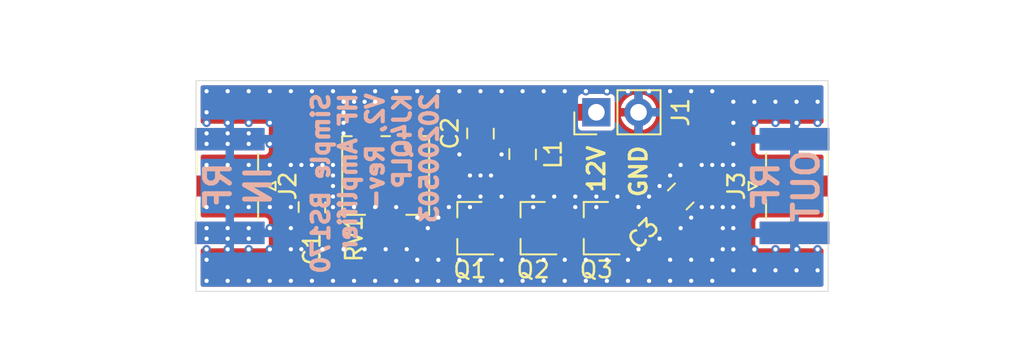
<source format=kicad_pcb>
(kicad_pcb (version 20171130) (host pcbnew 5.1.5-52549c5~84~ubuntu16.04.1)

  (general
    (thickness 1.6)
    (drawings 9)
    (tracks 216)
    (zones 0)
    (modules 11)
    (nets 7)
  )

  (page USLetter)
  (layers
    (0 F.Cu signal)
    (31 B.Cu signal)
    (32 B.Adhes user)
    (33 F.Adhes user)
    (34 B.Paste user)
    (35 F.Paste user)
    (36 B.SilkS user)
    (37 F.SilkS user)
    (38 B.Mask user)
    (39 F.Mask user)
    (40 Dwgs.User user)
    (41 Cmts.User user)
    (42 Eco1.User user)
    (43 Eco2.User user)
    (44 Edge.Cuts user)
    (45 Margin user)
    (46 B.CrtYd user)
    (47 F.CrtYd user)
    (48 B.Fab user)
    (49 F.Fab user)
  )

  (setup
    (last_trace_width 1.016)
    (user_trace_width 0.254)
    (user_trace_width 0.508)
    (user_trace_width 0.762)
    (user_trace_width 1.016)
    (trace_clearance 0.1524)
    (zone_clearance 0.254)
    (zone_45_only no)
    (trace_min 0.1524)
    (via_size 0.508)
    (via_drill 0.254)
    (via_min_size 0.508)
    (via_min_drill 0.254)
    (uvia_size 0.508)
    (uvia_drill 0.254)
    (uvias_allowed no)
    (uvia_min_size 0.508)
    (uvia_min_drill 0.254)
    (edge_width 0.05)
    (segment_width 0.2)
    (pcb_text_width 0.3)
    (pcb_text_size 1.5 1.5)
    (mod_edge_width 0.12)
    (mod_text_size 1 1)
    (mod_text_width 0.15)
    (pad_size 1.524 1.524)
    (pad_drill 0.762)
    (pad_to_mask_clearance 0.051)
    (solder_mask_min_width 0.25)
    (aux_axis_origin 0 0)
    (visible_elements FFFDFF7F)
    (pcbplotparams
      (layerselection 0x010fc_ffffffff)
      (usegerberextensions false)
      (usegerberattributes false)
      (usegerberadvancedattributes false)
      (creategerberjobfile false)
      (excludeedgelayer true)
      (linewidth 0.100000)
      (plotframeref false)
      (viasonmask false)
      (mode 1)
      (useauxorigin false)
      (hpglpennumber 1)
      (hpglpenspeed 20)
      (hpglpendiameter 15.000000)
      (psnegative false)
      (psa4output false)
      (plotreference true)
      (plotvalue true)
      (plotinvisibletext false)
      (padsonsilk false)
      (subtractmaskfromsilk false)
      (outputformat 1)
      (mirror false)
      (drillshape 1)
      (scaleselection 1)
      (outputdirectory ""))
  )

  (net 0 "")
  (net 1 "Net-(C1-Pad1)")
  (net 2 "Net-(C1-Pad2)")
  (net 3 GND)
  (net 4 +12V)
  (net 5 "Net-(C3-Pad1)")
  (net 6 "Net-(C3-Pad2)")

  (net_class Default "This is the default net class."
    (clearance 0.1524)
    (trace_width 0.254)
    (via_dia 0.508)
    (via_drill 0.254)
    (uvia_dia 0.508)
    (uvia_drill 0.254)
    (add_net +12V)
    (add_net GND)
    (add_net "Net-(C1-Pad1)")
    (add_net "Net-(C1-Pad2)")
    (add_net "Net-(C3-Pad1)")
    (add_net "Net-(C3-Pad2)")
  )

  (module Connector_Coaxial:SMA_Samtec_SMA-J-P-X-ST-EM1_EdgeMount (layer F.Cu) (tedit 5DAA3454) (tstamp 5EAFCC82)
    (at 144.018 139.7 90)
    (descr "Connector SMA, 0Hz to 20GHz, 50Ohm, Edge Mount (http://suddendocs.samtec.com/prints/sma-j-p-x-st-em1-mkt.pdf)")
    (tags "SMA Straight Samtec Edge Mount")
    (path /5EB09931)
    (attr smd)
    (fp_text reference J3 (at 0 -3.5 90) (layer F.SilkS)
      (effects (font (size 1 1) (thickness 0.15)))
    )
    (fp_text value Conn_Coaxial (at 0 13 90) (layer F.Fab)
      (effects (font (size 1 1) (thickness 0.15)))
    )
    (fp_text user "Board Thickness: 1.57mm" (at 0 -5.45 90) (layer Cmts.User)
      (effects (font (size 1 1) (thickness 0.15)))
    )
    (fp_line (start 0.84 -1.71) (end 1.95 -1.71) (layer F.SilkS) (width 0.12))
    (fp_line (start -1.95 -1.71) (end -0.84 -1.71) (layer F.SilkS) (width 0.12))
    (fp_line (start 0.84 2) (end 1.95 2) (layer F.SilkS) (width 0.12))
    (fp_line (start -1.95 2) (end -0.84 2) (layer F.SilkS) (width 0.12))
    (fp_line (start 3.68 2.6) (end 3.68 12.12) (layer B.CrtYd) (width 0.05))
    (fp_line (start 4 2.6) (end 3.68 2.6) (layer B.CrtYd) (width 0.05))
    (fp_line (start -3.68 12.12) (end -3.68 2.6) (layer B.CrtYd) (width 0.05))
    (fp_line (start -3.68 2.6) (end -4 2.6) (layer B.CrtYd) (width 0.05))
    (fp_line (start 3.68 2.6) (end 3.68 12.12) (layer F.CrtYd) (width 0.05))
    (fp_line (start 3.68 2.6) (end 4 2.6) (layer F.CrtYd) (width 0.05))
    (fp_line (start -3.68 12.12) (end -3.68 2.6) (layer F.CrtYd) (width 0.05))
    (fp_line (start -3.68 2.6) (end -4 2.6) (layer F.CrtYd) (width 0.05))
    (fp_text user "PCB Edge" (at 0 2.6 90) (layer Dwgs.User)
      (effects (font (size 0.5 0.5) (thickness 0.1)))
    )
    (fp_line (start 4.1 2.1) (end -4.1 2.1) (layer Dwgs.User) (width 0.1))
    (fp_line (start -3.175 -1.71) (end -3.175 11.62) (layer F.Fab) (width 0.1))
    (fp_line (start -2.365 -1.71) (end -3.175 -1.71) (layer F.Fab) (width 0.1))
    (fp_line (start -2.365 2.1) (end -2.365 -1.71) (layer F.Fab) (width 0.1))
    (fp_line (start 2.365 2.1) (end -2.365 2.1) (layer F.Fab) (width 0.1))
    (fp_line (start 2.365 -1.71) (end 2.365 2.1) (layer F.Fab) (width 0.1))
    (fp_line (start 3.175 -1.71) (end 2.365 -1.71) (layer F.Fab) (width 0.1))
    (fp_line (start 3.175 -1.71) (end 3.175 11.62) (layer F.Fab) (width 0.1))
    (fp_line (start 3.165 11.62) (end -3.165 11.62) (layer F.Fab) (width 0.1))
    (fp_line (start -4 -2.6) (end 4 -2.6) (layer B.CrtYd) (width 0.05))
    (fp_line (start -4 2.6) (end -4 -2.6) (layer B.CrtYd) (width 0.05))
    (fp_line (start 3.68 12.12) (end -3.68 12.12) (layer B.CrtYd) (width 0.05))
    (fp_line (start 4 2.6) (end 4 -2.6) (layer B.CrtYd) (width 0.05))
    (fp_line (start -4 -2.6) (end 4 -2.6) (layer F.CrtYd) (width 0.05))
    (fp_line (start -4 2.6) (end -4 -2.6) (layer F.CrtYd) (width 0.05))
    (fp_line (start 3.68 12.12) (end -3.68 12.12) (layer F.CrtYd) (width 0.05))
    (fp_line (start 4 2.6) (end 4 -2.6) (layer F.CrtYd) (width 0.05))
    (fp_text user %R (at 0 4.79 270) (layer F.Fab)
      (effects (font (size 1 1) (thickness 0.15)))
    )
    (fp_line (start 0.64 2.1) (end 0 3.1) (layer F.Fab) (width 0.1))
    (fp_line (start 0 3.1) (end -0.64 2.1) (layer F.Fab) (width 0.1))
    (fp_line (start 0 -2.26) (end 0.25 -2.76) (layer F.SilkS) (width 0.12))
    (fp_line (start 0.25 -2.76) (end -0.25 -2.76) (layer F.SilkS) (width 0.12))
    (fp_line (start -0.25 -2.76) (end 0 -2.26) (layer F.SilkS) (width 0.12))
    (pad 1 smd rect (at 0 0.2 90) (size 1.27 3.6) (layers F.Cu F.Paste F.Mask)
      (net 5 "Net-(C3-Pad1)"))
    (pad 2 smd rect (at 2.825 0 90) (size 1.35 4.2) (layers F.Cu F.Paste F.Mask)
      (net 3 GND))
    (pad 2 smd rect (at -2.825 0 90) (size 1.35 4.2) (layers F.Cu F.Paste F.Mask)
      (net 3 GND))
    (pad 2 smd rect (at 2.825 0 90) (size 1.35 4.2) (layers B.Cu B.Paste B.Mask)
      (net 3 GND))
    (pad 2 smd rect (at -2.825 0 90) (size 1.35 4.2) (layers B.Cu B.Paste B.Mask)
      (net 3 GND))
    (model ${KISYS3DMOD}/Connector_Coaxial.3dshapes/SMA_Samtec_SMA-J-P-X-ST-EM1_EdgeMount.wrl
      (at (xyz 0 0 0))
      (scale (xyz 1 1 1))
      (rotate (xyz 0 0 0))
    )
  )

  (module Connector_Coaxial:SMA_Samtec_SMA-J-P-X-ST-EM1_EdgeMount (layer F.Cu) (tedit 5DAA3454) (tstamp 5EAFCF1F)
    (at 109.982 139.7 270)
    (descr "Connector SMA, 0Hz to 20GHz, 50Ohm, Edge Mount (http://suddendocs.samtec.com/prints/sma-j-p-x-st-em1-mkt.pdf)")
    (tags "SMA Straight Samtec Edge Mount")
    (path /5EB086E2)
    (attr smd)
    (fp_text reference J2 (at 0 -3.5 90) (layer F.SilkS)
      (effects (font (size 1 1) (thickness 0.15)))
    )
    (fp_text value Conn_Coaxial (at 0 13 90) (layer F.Fab)
      (effects (font (size 1 1) (thickness 0.15)))
    )
    (fp_text user "Board Thickness: 1.57mm" (at 0 -5.45 90) (layer Cmts.User)
      (effects (font (size 1 1) (thickness 0.15)))
    )
    (fp_line (start 0.84 -1.71) (end 1.95 -1.71) (layer F.SilkS) (width 0.12))
    (fp_line (start -1.95 -1.71) (end -0.84 -1.71) (layer F.SilkS) (width 0.12))
    (fp_line (start 0.84 2) (end 1.95 2) (layer F.SilkS) (width 0.12))
    (fp_line (start -1.95 2) (end -0.84 2) (layer F.SilkS) (width 0.12))
    (fp_line (start 3.68 2.6) (end 3.68 12.12) (layer B.CrtYd) (width 0.05))
    (fp_line (start 4 2.6) (end 3.68 2.6) (layer B.CrtYd) (width 0.05))
    (fp_line (start -3.68 12.12) (end -3.68 2.6) (layer B.CrtYd) (width 0.05))
    (fp_line (start -3.68 2.6) (end -4 2.6) (layer B.CrtYd) (width 0.05))
    (fp_line (start 3.68 2.6) (end 3.68 12.12) (layer F.CrtYd) (width 0.05))
    (fp_line (start 3.68 2.6) (end 4 2.6) (layer F.CrtYd) (width 0.05))
    (fp_line (start -3.68 12.12) (end -3.68 2.6) (layer F.CrtYd) (width 0.05))
    (fp_line (start -3.68 2.6) (end -4 2.6) (layer F.CrtYd) (width 0.05))
    (fp_text user "PCB Edge" (at 0 2.6 90) (layer Dwgs.User)
      (effects (font (size 0.5 0.5) (thickness 0.1)))
    )
    (fp_line (start 4.1 2.1) (end -4.1 2.1) (layer Dwgs.User) (width 0.1))
    (fp_line (start -3.175 -1.71) (end -3.175 11.62) (layer F.Fab) (width 0.1))
    (fp_line (start -2.365 -1.71) (end -3.175 -1.71) (layer F.Fab) (width 0.1))
    (fp_line (start -2.365 2.1) (end -2.365 -1.71) (layer F.Fab) (width 0.1))
    (fp_line (start 2.365 2.1) (end -2.365 2.1) (layer F.Fab) (width 0.1))
    (fp_line (start 2.365 -1.71) (end 2.365 2.1) (layer F.Fab) (width 0.1))
    (fp_line (start 3.175 -1.71) (end 2.365 -1.71) (layer F.Fab) (width 0.1))
    (fp_line (start 3.175 -1.71) (end 3.175 11.62) (layer F.Fab) (width 0.1))
    (fp_line (start 3.165 11.62) (end -3.165 11.62) (layer F.Fab) (width 0.1))
    (fp_line (start -4 -2.6) (end 4 -2.6) (layer B.CrtYd) (width 0.05))
    (fp_line (start -4 2.6) (end -4 -2.6) (layer B.CrtYd) (width 0.05))
    (fp_line (start 3.68 12.12) (end -3.68 12.12) (layer B.CrtYd) (width 0.05))
    (fp_line (start 4 2.6) (end 4 -2.6) (layer B.CrtYd) (width 0.05))
    (fp_line (start -4 -2.6) (end 4 -2.6) (layer F.CrtYd) (width 0.05))
    (fp_line (start -4 2.6) (end -4 -2.6) (layer F.CrtYd) (width 0.05))
    (fp_line (start 3.68 12.12) (end -3.68 12.12) (layer F.CrtYd) (width 0.05))
    (fp_line (start 4 2.6) (end 4 -2.6) (layer F.CrtYd) (width 0.05))
    (fp_text user %R (at 0 4.79 270) (layer F.Fab)
      (effects (font (size 1 1) (thickness 0.15)))
    )
    (fp_line (start 0.64 2.1) (end 0 3.1) (layer F.Fab) (width 0.1))
    (fp_line (start 0 3.1) (end -0.64 2.1) (layer F.Fab) (width 0.1))
    (fp_line (start 0 -2.26) (end 0.25 -2.76) (layer F.SilkS) (width 0.12))
    (fp_line (start 0.25 -2.76) (end -0.25 -2.76) (layer F.SilkS) (width 0.12))
    (fp_line (start -0.25 -2.76) (end 0 -2.26) (layer F.SilkS) (width 0.12))
    (pad 1 smd rect (at 0 0.2 270) (size 1.27 3.6) (layers F.Cu F.Paste F.Mask)
      (net 2 "Net-(C1-Pad2)"))
    (pad 2 smd rect (at 2.825 0 270) (size 1.35 4.2) (layers F.Cu F.Paste F.Mask)
      (net 3 GND))
    (pad 2 smd rect (at -2.825 0 270) (size 1.35 4.2) (layers F.Cu F.Paste F.Mask)
      (net 3 GND))
    (pad 2 smd rect (at 2.825 0 270) (size 1.35 4.2) (layers B.Cu B.Paste B.Mask)
      (net 3 GND))
    (pad 2 smd rect (at -2.825 0 270) (size 1.35 4.2) (layers B.Cu B.Paste B.Mask)
      (net 3 GND))
    (model ${KISYS3DMOD}/Connector_Coaxial.3dshapes/SMA_Samtec_SMA-J-P-X-ST-EM1_EdgeMount.wrl
      (at (xyz 0 0 0))
      (scale (xyz 1 1 1))
      (rotate (xyz 0 0 0))
    )
  )

  (module Package_TO_SOT_SMD:SOT-23 (layer F.Cu) (tedit 5A02FF57) (tstamp 5EAF8427)
    (at 132.08 142.24 180)
    (descr "SOT-23, Standard")
    (tags SOT-23)
    (path /5EAFBBD3)
    (attr smd)
    (fp_text reference Q3 (at 0 -2.5) (layer F.SilkS)
      (effects (font (size 1 1) (thickness 0.15)))
    )
    (fp_text value BS170F (at 0 2.5) (layer F.Fab)
      (effects (font (size 1 1) (thickness 0.15)))
    )
    (fp_line (start 0.76 1.58) (end -0.7 1.58) (layer F.SilkS) (width 0.12))
    (fp_line (start 0.76 -1.58) (end -1.4 -1.58) (layer F.SilkS) (width 0.12))
    (fp_line (start -1.7 1.75) (end -1.7 -1.75) (layer F.CrtYd) (width 0.05))
    (fp_line (start 1.7 1.75) (end -1.7 1.75) (layer F.CrtYd) (width 0.05))
    (fp_line (start 1.7 -1.75) (end 1.7 1.75) (layer F.CrtYd) (width 0.05))
    (fp_line (start -1.7 -1.75) (end 1.7 -1.75) (layer F.CrtYd) (width 0.05))
    (fp_line (start 0.76 -1.58) (end 0.76 -0.65) (layer F.SilkS) (width 0.12))
    (fp_line (start 0.76 1.58) (end 0.76 0.65) (layer F.SilkS) (width 0.12))
    (fp_line (start -0.7 1.52) (end 0.7 1.52) (layer F.Fab) (width 0.1))
    (fp_line (start 0.7 -1.52) (end 0.7 1.52) (layer F.Fab) (width 0.1))
    (fp_line (start -0.7 -0.95) (end -0.15 -1.52) (layer F.Fab) (width 0.1))
    (fp_line (start -0.15 -1.52) (end 0.7 -1.52) (layer F.Fab) (width 0.1))
    (fp_line (start -0.7 -0.95) (end -0.7 1.5) (layer F.Fab) (width 0.1))
    (fp_text user %R (at 0 0 90) (layer F.Fab)
      (effects (font (size 0.5 0.5) (thickness 0.075)))
    )
    (pad 3 smd rect (at 1 0 180) (size 0.9 0.8) (layers F.Cu F.Paste F.Mask)
      (net 6 "Net-(C3-Pad2)"))
    (pad 2 smd rect (at -1 0.95 180) (size 0.9 0.8) (layers F.Cu F.Paste F.Mask)
      (net 3 GND))
    (pad 1 smd rect (at -1 -0.95 180) (size 0.9 0.8) (layers F.Cu F.Paste F.Mask)
      (net 1 "Net-(C1-Pad1)"))
    (model ${KISYS3DMOD}/Package_TO_SOT_SMD.3dshapes/SOT-23.wrl
      (at (xyz 0 0 0))
      (scale (xyz 1 1 1))
      (rotate (xyz 0 0 0))
    )
  )

  (module Package_TO_SOT_SMD:SOT-23 (layer F.Cu) (tedit 5A02FF57) (tstamp 5EAF8412)
    (at 128.27 142.24 180)
    (descr "SOT-23, Standard")
    (tags SOT-23)
    (path /5EAF9D19)
    (attr smd)
    (fp_text reference Q2 (at 0 -2.5) (layer F.SilkS)
      (effects (font (size 1 1) (thickness 0.15)))
    )
    (fp_text value BS170F (at 0 2.5) (layer F.Fab)
      (effects (font (size 1 1) (thickness 0.15)))
    )
    (fp_line (start 0.76 1.58) (end -0.7 1.58) (layer F.SilkS) (width 0.12))
    (fp_line (start 0.76 -1.58) (end -1.4 -1.58) (layer F.SilkS) (width 0.12))
    (fp_line (start -1.7 1.75) (end -1.7 -1.75) (layer F.CrtYd) (width 0.05))
    (fp_line (start 1.7 1.75) (end -1.7 1.75) (layer F.CrtYd) (width 0.05))
    (fp_line (start 1.7 -1.75) (end 1.7 1.75) (layer F.CrtYd) (width 0.05))
    (fp_line (start -1.7 -1.75) (end 1.7 -1.75) (layer F.CrtYd) (width 0.05))
    (fp_line (start 0.76 -1.58) (end 0.76 -0.65) (layer F.SilkS) (width 0.12))
    (fp_line (start 0.76 1.58) (end 0.76 0.65) (layer F.SilkS) (width 0.12))
    (fp_line (start -0.7 1.52) (end 0.7 1.52) (layer F.Fab) (width 0.1))
    (fp_line (start 0.7 -1.52) (end 0.7 1.52) (layer F.Fab) (width 0.1))
    (fp_line (start -0.7 -0.95) (end -0.15 -1.52) (layer F.Fab) (width 0.1))
    (fp_line (start -0.15 -1.52) (end 0.7 -1.52) (layer F.Fab) (width 0.1))
    (fp_line (start -0.7 -0.95) (end -0.7 1.5) (layer F.Fab) (width 0.1))
    (fp_text user %R (at 0 0 90) (layer F.Fab)
      (effects (font (size 0.5 0.5) (thickness 0.075)))
    )
    (pad 3 smd rect (at 1 0 180) (size 0.9 0.8) (layers F.Cu F.Paste F.Mask)
      (net 6 "Net-(C3-Pad2)"))
    (pad 2 smd rect (at -1 0.95 180) (size 0.9 0.8) (layers F.Cu F.Paste F.Mask)
      (net 3 GND))
    (pad 1 smd rect (at -1 -0.95 180) (size 0.9 0.8) (layers F.Cu F.Paste F.Mask)
      (net 1 "Net-(C1-Pad1)"))
    (model ${KISYS3DMOD}/Package_TO_SOT_SMD.3dshapes/SOT-23.wrl
      (at (xyz 0 0 0))
      (scale (xyz 1 1 1))
      (rotate (xyz 0 0 0))
    )
  )

  (module Package_TO_SOT_SMD:SOT-23 (layer F.Cu) (tedit 5A02FF57) (tstamp 5EAF83FD)
    (at 124.46 142.24 180)
    (descr "SOT-23, Standard")
    (tags SOT-23)
    (path /5EAF85D2)
    (attr smd)
    (fp_text reference Q1 (at 0 -2.5) (layer F.SilkS)
      (effects (font (size 1 1) (thickness 0.15)))
    )
    (fp_text value BS170F (at 0 2.5) (layer F.Fab)
      (effects (font (size 1 1) (thickness 0.15)))
    )
    (fp_line (start 0.76 1.58) (end -0.7 1.58) (layer F.SilkS) (width 0.12))
    (fp_line (start 0.76 -1.58) (end -1.4 -1.58) (layer F.SilkS) (width 0.12))
    (fp_line (start -1.7 1.75) (end -1.7 -1.75) (layer F.CrtYd) (width 0.05))
    (fp_line (start 1.7 1.75) (end -1.7 1.75) (layer F.CrtYd) (width 0.05))
    (fp_line (start 1.7 -1.75) (end 1.7 1.75) (layer F.CrtYd) (width 0.05))
    (fp_line (start -1.7 -1.75) (end 1.7 -1.75) (layer F.CrtYd) (width 0.05))
    (fp_line (start 0.76 -1.58) (end 0.76 -0.65) (layer F.SilkS) (width 0.12))
    (fp_line (start 0.76 1.58) (end 0.76 0.65) (layer F.SilkS) (width 0.12))
    (fp_line (start -0.7 1.52) (end 0.7 1.52) (layer F.Fab) (width 0.1))
    (fp_line (start 0.7 -1.52) (end 0.7 1.52) (layer F.Fab) (width 0.1))
    (fp_line (start -0.7 -0.95) (end -0.15 -1.52) (layer F.Fab) (width 0.1))
    (fp_line (start -0.15 -1.52) (end 0.7 -1.52) (layer F.Fab) (width 0.1))
    (fp_line (start -0.7 -0.95) (end -0.7 1.5) (layer F.Fab) (width 0.1))
    (fp_text user %R (at 0 0 90) (layer F.Fab)
      (effects (font (size 0.5 0.5) (thickness 0.075)))
    )
    (pad 3 smd rect (at 1 0 180) (size 0.9 0.8) (layers F.Cu F.Paste F.Mask)
      (net 6 "Net-(C3-Pad2)"))
    (pad 2 smd rect (at -1 0.95 180) (size 0.9 0.8) (layers F.Cu F.Paste F.Mask)
      (net 3 GND))
    (pad 1 smd rect (at -1 -0.95 180) (size 0.9 0.8) (layers F.Cu F.Paste F.Mask)
      (net 1 "Net-(C1-Pad1)"))
    (model ${KISYS3DMOD}/Package_TO_SOT_SMD.3dshapes/SOT-23.wrl
      (at (xyz 0 0 0))
      (scale (xyz 1 1 1))
      (rotate (xyz 0 0 0))
    )
  )

  (module digikey-footprints:0805 (layer F.Cu) (tedit 5D288D36) (tstamp 5EAFDD2B)
    (at 127.635 137.795 270)
    (path /5EB06520)
    (attr smd)
    (fp_text reference L1 (at 0 -1.84 90) (layer F.SilkS)
      (effects (font (size 1 1) (thickness 0.15)))
    )
    (fp_text value L (at 0 1.95 90) (layer F.Fab)
      (effects (font (size 1 1) (thickness 0.15)))
    )
    (fp_line (start -0.95 -0.675) (end -0.95 0.675) (layer F.Fab) (width 0.12))
    (fp_line (start 0.95 -0.675) (end 0.95 0.675) (layer F.Fab) (width 0.12))
    (fp_line (start -0.95 -0.68) (end 0.95 -0.68) (layer F.Fab) (width 0.12))
    (fp_line (start -0.95 0.68) (end 0.95 0.68) (layer F.Fab) (width 0.12))
    (fp_line (start -0.3 -0.8) (end 0.3 -0.8) (layer F.SilkS) (width 0.12))
    (fp_line (start -0.32 0.8) (end 0.28 0.8) (layer F.SilkS) (width 0.12))
    (fp_line (start -1.9 0.93) (end -1.9 -0.93) (layer F.CrtYd) (width 0.05))
    (fp_line (start 1.9 0.93) (end 1.9 -0.93) (layer F.CrtYd) (width 0.05))
    (fp_line (start -1.9 -0.93) (end 1.9 -0.93) (layer F.CrtYd) (width 0.05))
    (fp_line (start -1.9 0.93) (end 1.9 0.93) (layer F.CrtYd) (width 0.05))
    (pad 1 smd rect (at -1.05 0 270) (size 1.2 1.2) (layers F.Cu F.Paste F.Mask)
      (net 4 +12V))
    (pad 2 smd rect (at 1.05 0 270) (size 1.2 1.2) (layers F.Cu F.Paste F.Mask)
      (net 6 "Net-(C3-Pad2)"))
  )

  (module Connector_PinHeader_2.54mm:PinHeader_1x02_P2.54mm_Vertical (layer F.Cu) (tedit 59FED5CC) (tstamp 5EAFDCC5)
    (at 132.08 135.255 90)
    (descr "Through hole straight pin header, 1x02, 2.54mm pitch, single row")
    (tags "Through hole pin header THT 1x02 2.54mm single row")
    (path /5EB182D0)
    (fp_text reference J1 (at 0 5.08 90) (layer F.SilkS)
      (effects (font (size 1 1) (thickness 0.15)))
    )
    (fp_text value Conn_01x02_Male (at 0 4.87 90) (layer F.Fab)
      (effects (font (size 1 1) (thickness 0.15)))
    )
    (fp_line (start -0.635 -1.27) (end 1.27 -1.27) (layer F.Fab) (width 0.1))
    (fp_line (start 1.27 -1.27) (end 1.27 3.81) (layer F.Fab) (width 0.1))
    (fp_line (start 1.27 3.81) (end -1.27 3.81) (layer F.Fab) (width 0.1))
    (fp_line (start -1.27 3.81) (end -1.27 -0.635) (layer F.Fab) (width 0.1))
    (fp_line (start -1.27 -0.635) (end -0.635 -1.27) (layer F.Fab) (width 0.1))
    (fp_line (start -1.33 3.87) (end 1.33 3.87) (layer F.SilkS) (width 0.12))
    (fp_line (start -1.33 1.27) (end -1.33 3.87) (layer F.SilkS) (width 0.12))
    (fp_line (start 1.33 1.27) (end 1.33 3.87) (layer F.SilkS) (width 0.12))
    (fp_line (start -1.33 1.27) (end 1.33 1.27) (layer F.SilkS) (width 0.12))
    (fp_line (start -1.33 0) (end -1.33 -1.33) (layer F.SilkS) (width 0.12))
    (fp_line (start -1.33 -1.33) (end 0 -1.33) (layer F.SilkS) (width 0.12))
    (fp_line (start -1.8 -1.8) (end -1.8 4.35) (layer F.CrtYd) (width 0.05))
    (fp_line (start -1.8 4.35) (end 1.8 4.35) (layer F.CrtYd) (width 0.05))
    (fp_line (start 1.8 4.35) (end 1.8 -1.8) (layer F.CrtYd) (width 0.05))
    (fp_line (start 1.8 -1.8) (end -1.8 -1.8) (layer F.CrtYd) (width 0.05))
    (fp_text user %R (at 0 1.27) (layer F.Fab)
      (effects (font (size 1 1) (thickness 0.15)))
    )
    (pad 1 thru_hole rect (at 0 0 90) (size 1.7 1.7) (drill 1) (layers *.Cu *.Mask)
      (net 4 +12V))
    (pad 2 thru_hole oval (at 0 2.54 90) (size 1.7 1.7) (drill 1) (layers *.Cu *.Mask)
      (net 3 GND))
    (model ${KISYS3DMOD}/Connector_PinHeader_2.54mm.3dshapes/PinHeader_1x02_P2.54mm_Vertical.wrl
      (at (xyz 0 0 0))
      (scale (xyz 1 1 1))
      (rotate (xyz 0 0 0))
    )
  )

  (module Potentiometer_SMD:Potentiometer_Bourns_3314R-GM5_Vertical (layer F.Cu) (tedit 5A81E1D7) (tstamp 5EAFDC7E)
    (at 119.38 139.065)
    (descr "Potentiometer, vertical, Bourns 3314R-GM5, http://www.bourns.com/docs/Product-Datasheets/3314.pdf")
    (tags "Potentiometer vertical Bourns 3314R-GM5")
    (path /5EB0DB8D)
    (attr smd)
    (fp_text reference RV1 (at -1.905 3.81 90) (layer F.SilkS)
      (effects (font (size 1 1) (thickness 0.15)))
    )
    (fp_text value R_POT_US (at 0 5.025) (layer F.Fab)
      (effects (font (size 1 1) (thickness 0.15)))
    )
    (fp_text user %R (at 0 -1.7) (layer F.Fab)
      (effects (font (size 0.63 0.63) (thickness 0.15)))
    )
    (fp_line (start 2.75 -4.05) (end -2.75 -4.05) (layer F.CrtYd) (width 0.05))
    (fp_line (start 2.75 4.05) (end 2.75 -4.05) (layer F.CrtYd) (width 0.05))
    (fp_line (start -2.75 4.05) (end 2.75 4.05) (layer F.CrtYd) (width 0.05))
    (fp_line (start -2.75 -4.05) (end -2.75 4.05) (layer F.CrtYd) (width 0.05))
    (fp_line (start 2.62 -2.37) (end 2.62 2.37) (layer F.SilkS) (width 0.12))
    (fp_line (start -2.62 -2.37) (end -2.62 2.37) (layer F.SilkS) (width 0.12))
    (fp_line (start 1.24 2.37) (end 2.62 2.37) (layer F.SilkS) (width 0.12))
    (fp_line (start -2.62 2.37) (end -1.24 2.37) (layer F.SilkS) (width 0.12))
    (fp_line (start -0.264 -2.37) (end 0.265 -2.37) (layer F.SilkS) (width 0.12))
    (fp_line (start -2.62 -2.37) (end -2.044 -2.37) (layer F.SilkS) (width 0.12))
    (fp_line (start 2.045 -2.37) (end 2.62 -2.37) (layer F.SilkS) (width 0.12))
    (fp_line (start 0 0.99) (end 0.001 -0.989) (layer F.Fab) (width 0.1))
    (fp_line (start 0 0.99) (end 0.001 -0.989) (layer F.Fab) (width 0.1))
    (fp_line (start 2.5 -2.25) (end -2.5 -2.25) (layer F.Fab) (width 0.1))
    (fp_line (start 2.5 2.25) (end 2.5 -2.25) (layer F.Fab) (width 0.1))
    (fp_line (start -2.5 2.25) (end 2.5 2.25) (layer F.Fab) (width 0.1))
    (fp_line (start -2.5 -2.25) (end -2.5 2.25) (layer F.Fab) (width 0.1))
    (fp_circle (center 0 0) (end 1 0) (layer F.Fab) (width 0.1))
    (pad 3 smd rect (at -1.155 -3.125) (size 1.3 1.3) (layers F.Cu F.Paste F.Mask)
      (net 3 GND))
    (pad 2 smd rect (at 0 3.125) (size 2 1.3) (layers F.Cu F.Paste F.Mask)
      (net 1 "Net-(C1-Pad1)"))
    (pad 1 smd rect (at 1.155 -3.125) (size 1.3 1.3) (layers F.Cu F.Paste F.Mask)
      (net 4 +12V))
    (model ${KISYS3DMOD}/Potentiometer_SMD.3dshapes/Potentiometer_Bourns_3314R-GM5_Vertical.wrl
      (at (xyz 0 0 0))
      (scale (xyz 1 1 1))
      (rotate (xyz 0 0 0))
    )
  )

  (module digikey-footprints:0805 (layer F.Cu) (tedit 5D288D36) (tstamp 5EAFDCFE)
    (at 137.16 140.335 225)
    (path /5EB0ACB8)
    (attr smd)
    (fp_text reference C3 (at 3.175 0 45) (layer F.SilkS)
      (effects (font (size 1 1) (thickness 0.15)))
    )
    (fp_text value C (at 0 1.95 45) (layer F.Fab)
      (effects (font (size 1 1) (thickness 0.15)))
    )
    (fp_line (start -0.95 -0.675) (end -0.95 0.675) (layer F.Fab) (width 0.12))
    (fp_line (start 0.95 -0.675) (end 0.95 0.675) (layer F.Fab) (width 0.12))
    (fp_line (start -0.95 -0.68) (end 0.95 -0.68) (layer F.Fab) (width 0.12))
    (fp_line (start -0.95 0.68) (end 0.95 0.68) (layer F.Fab) (width 0.12))
    (fp_line (start -0.3 -0.8) (end 0.3 -0.8) (layer F.SilkS) (width 0.12))
    (fp_line (start -0.32 0.8) (end 0.28 0.8) (layer F.SilkS) (width 0.12))
    (fp_line (start -1.9 0.93) (end -1.9 -0.93) (layer F.CrtYd) (width 0.05))
    (fp_line (start 1.9 0.93) (end 1.9 -0.93) (layer F.CrtYd) (width 0.05))
    (fp_line (start -1.9 -0.93) (end 1.9 -0.93) (layer F.CrtYd) (width 0.05))
    (fp_line (start -1.9 0.93) (end 1.9 0.93) (layer F.CrtYd) (width 0.05))
    (pad 1 smd rect (at -1.05 0 225) (size 1.2 1.2) (layers F.Cu F.Paste F.Mask)
      (net 5 "Net-(C3-Pad1)"))
    (pad 2 smd rect (at 1.05 0 225) (size 1.2 1.2) (layers F.Cu F.Paste F.Mask)
      (net 6 "Net-(C3-Pad2)"))
  )

  (module digikey-footprints:0805 (layer F.Cu) (tedit 5D288D36) (tstamp 5EAFDDEB)
    (at 125.095 136.525 90)
    (path /5EB0FFDC)
    (attr smd)
    (fp_text reference C2 (at 0 -1.84 90) (layer F.SilkS)
      (effects (font (size 1 1) (thickness 0.15)))
    )
    (fp_text value C (at 0 1.95 90) (layer F.Fab)
      (effects (font (size 1 1) (thickness 0.15)))
    )
    (fp_line (start -0.95 -0.675) (end -0.95 0.675) (layer F.Fab) (width 0.12))
    (fp_line (start 0.95 -0.675) (end 0.95 0.675) (layer F.Fab) (width 0.12))
    (fp_line (start -0.95 -0.68) (end 0.95 -0.68) (layer F.Fab) (width 0.12))
    (fp_line (start -0.95 0.68) (end 0.95 0.68) (layer F.Fab) (width 0.12))
    (fp_line (start -0.3 -0.8) (end 0.3 -0.8) (layer F.SilkS) (width 0.12))
    (fp_line (start -0.32 0.8) (end 0.28 0.8) (layer F.SilkS) (width 0.12))
    (fp_line (start -1.9 0.93) (end -1.9 -0.93) (layer F.CrtYd) (width 0.05))
    (fp_line (start 1.9 0.93) (end 1.9 -0.93) (layer F.CrtYd) (width 0.05))
    (fp_line (start -1.9 -0.93) (end 1.9 -0.93) (layer F.CrtYd) (width 0.05))
    (fp_line (start -1.9 0.93) (end 1.9 0.93) (layer F.CrtYd) (width 0.05))
    (pad 1 smd rect (at -1.05 0 90) (size 1.2 1.2) (layers F.Cu F.Paste F.Mask)
      (net 3 GND))
    (pad 2 smd rect (at 1.05 0 90) (size 1.2 1.2) (layers F.Cu F.Paste F.Mask)
      (net 4 +12V))
  )

  (module digikey-footprints:0805 (layer F.Cu) (tedit 5D288D36) (tstamp 5EAFDDBE)
    (at 114.935 140.97 90)
    (path /5EB077A5)
    (attr smd)
    (fp_text reference C1 (at -2.54 0 90) (layer F.SilkS)
      (effects (font (size 1 1) (thickness 0.15)))
    )
    (fp_text value C (at 0 1.95 90) (layer F.Fab)
      (effects (font (size 1 1) (thickness 0.15)))
    )
    (fp_line (start -0.95 -0.675) (end -0.95 0.675) (layer F.Fab) (width 0.12))
    (fp_line (start 0.95 -0.675) (end 0.95 0.675) (layer F.Fab) (width 0.12))
    (fp_line (start -0.95 -0.68) (end 0.95 -0.68) (layer F.Fab) (width 0.12))
    (fp_line (start -0.95 0.68) (end 0.95 0.68) (layer F.Fab) (width 0.12))
    (fp_line (start -0.3 -0.8) (end 0.3 -0.8) (layer F.SilkS) (width 0.12))
    (fp_line (start -0.32 0.8) (end 0.28 0.8) (layer F.SilkS) (width 0.12))
    (fp_line (start -1.9 0.93) (end -1.9 -0.93) (layer F.CrtYd) (width 0.05))
    (fp_line (start 1.9 0.93) (end 1.9 -0.93) (layer F.CrtYd) (width 0.05))
    (fp_line (start -1.9 -0.93) (end 1.9 -0.93) (layer F.CrtYd) (width 0.05))
    (fp_line (start -1.9 0.93) (end 1.9 0.93) (layer F.CrtYd) (width 0.05))
    (pad 1 smd rect (at -1.05 0 90) (size 1.2 1.2) (layers F.Cu F.Paste F.Mask)
      (net 1 "Net-(C1-Pad1)"))
    (pad 2 smd rect (at 1.05 0 90) (size 1.2 1.2) (layers F.Cu F.Paste F.Mask)
      (net 2 "Net-(C1-Pad2)"))
  )

  (gr_text GND (at 134.62 137.16 90) (layer F.SilkS) (tstamp 5EAF8C4C)
    (effects (font (size 1 1) (thickness 0.2032)) (justify right))
  )
  (gr_text 12V (at 132.08 137.16 90) (layer F.SilkS)
    (effects (font (size 1 1) (thickness 0.2032)) (justify right))
  )
  (gr_text "Simple BS170 \nHF Amplifier\nV2, Rev-\nKJ4QLP\n20200503" (at 118.745 133.985 90) (layer B.SilkS)
    (effects (font (size 1.016 1.016) (thickness 0.254)) (justify left mirror))
  )
  (gr_text "RF\nOUT" (at 143.51 139.7 90) (layer B.SilkS) (tstamp 5EAF7B65)
    (effects (font (size 1.5 1.5) (thickness 0.3)) (justify mirror))
  )
  (gr_text "RF\nIN" (at 110.49 139.7 90) (layer B.SilkS)
    (effects (font (size 1.5 1.5) (thickness 0.3)) (justify mirror))
  )
  (gr_line (start 146.05 146.05) (end 107.95 146.05) (layer Edge.Cuts) (width 0.05) (tstamp 5EAFDEC8))
  (gr_line (start 146.05 133.35) (end 146.05 146.05) (layer Edge.Cuts) (width 0.05))
  (gr_line (start 107.95 133.35) (end 146.05 133.35) (layer Edge.Cuts) (width 0.05))
  (gr_line (start 107.95 146.05) (end 107.95 133.35) (layer Edge.Cuts) (width 0.05))

  (segment (start 119.21 142.02) (end 119.38 142.19) (width 1.016) (layer F.Cu) (net 1))
  (segment (start 114.935 142.02) (end 119.21 142.02) (width 1.016) (layer F.Cu) (net 1))
  (segment (start 119.645 141.925) (end 119.38 142.19) (width 1.016) (layer F.Cu) (net 1))
  (segment (start 121.6 143.19) (end 125.46 143.19) (width 0.762) (layer F.Cu) (net 1))
  (segment (start 120.65 142.24) (end 121.6 143.19) (width 0.762) (layer F.Cu) (net 1))
  (segment (start 120.015 142.24) (end 120.65 142.24) (width 0.762) (layer F.Cu) (net 1))
  (segment (start 119.38 142.19) (end 119.965 142.19) (width 0.762) (layer F.Cu) (net 1))
  (segment (start 119.965 142.19) (end 120.015 142.24) (width 0.762) (layer F.Cu) (net 1))
  (segment (start 125.46 143.19) (end 129.27 143.19) (width 0.762) (layer F.Cu) (net 1))
  (segment (start 129.27 143.19) (end 133.08 143.19) (width 0.762) (layer F.Cu) (net 1))
  (segment (start 114.715 139.7) (end 114.935 139.92) (width 1.016) (layer F.Cu) (net 2))
  (segment (start 109.782 139.7) (end 114.715 139.7) (width 1.016) (layer F.Cu) (net 2))
  (via (at 140.335 144.78) (size 0.508) (drill 0.254) (layers F.Cu B.Cu) (net 3))
  (via (at 140.335 143.51) (size 0.508) (drill 0.254) (layers F.Cu B.Cu) (net 3))
  (via (at 140.335 135.89) (size 0.508) (drill 0.254) (layers F.Cu B.Cu) (net 3))
  (via (at 140.335 134.62) (size 0.508) (drill 0.254) (layers F.Cu B.Cu) (net 3))
  (via (at 139.7 140.97) (size 0.508) (drill 0.254) (layers F.Cu B.Cu) (net 3) (tstamp 5EAFE878))
  (via (at 139.7 142.24) (size 0.508) (drill 0.254) (layers F.Cu B.Cu) (net 3) (tstamp 5EAFE87A))
  (via (at 139.7 143.51) (size 0.508) (drill 0.254) (layers F.Cu B.Cu) (net 3) (tstamp 5EAFE87C))
  (via (at 139.065 144.145) (size 0.508) (drill 0.254) (layers F.Cu B.Cu) (net 3) (tstamp 5EAFE87E))
  (via (at 137.795 144.145) (size 0.508) (drill 0.254) (layers F.Cu B.Cu) (net 3) (tstamp 5EAFE880))
  (via (at 136.525 144.145) (size 0.508) (drill 0.254) (layers F.Cu B.Cu) (net 3) (tstamp 5EAFE882))
  (via (at 129.54 140.335) (size 0.508) (drill 0.254) (layers F.Cu B.Cu) (net 3) (tstamp 5EAFE886))
  (via (at 130.81 140.335) (size 0.508) (drill 0.254) (layers F.Cu B.Cu) (net 3) (tstamp 5EAFE888))
  (via (at 132.08 140.335) (size 0.508) (drill 0.254) (layers F.Cu B.Cu) (net 3) (tstamp 5EAFE88A))
  (via (at 133.35 140.335) (size 0.508) (drill 0.254) (layers F.Cu B.Cu) (net 3) (tstamp 5EAFE88C))
  (via (at 138.43 138.43) (size 0.508) (drill 0.254) (layers F.Cu B.Cu) (net 3) (tstamp 5EAFE89A))
  (via (at 139.065 138.43) (size 0.508) (drill 0.254) (layers F.Cu B.Cu) (net 3) (tstamp 5EAFE89C))
  (via (at 139.7 138.43) (size 0.508) (drill 0.254) (layers F.Cu B.Cu) (net 3) (tstamp 5EAFE89E))
  (via (at 116.205 140.335) (size 0.508) (drill 0.254) (layers F.Cu B.Cu) (net 3) (tstamp 5EAFE8A0))
  (via (at 116.205 139.7) (size 0.508) (drill 0.254) (layers F.Cu B.Cu) (net 3) (tstamp 5EAFE8A2))
  (via (at 116.205 139.065) (size 0.508) (drill 0.254) (layers F.Cu B.Cu) (net 3) (tstamp 5EAFE8A4))
  (via (at 116.205 138.43) (size 0.508) (drill 0.254) (layers F.Cu B.Cu) (net 3) (tstamp 5EAFE8A6))
  (via (at 115.57 138.43) (size 0.508) (drill 0.254) (layers F.Cu B.Cu) (net 3) (tstamp 5EAFE8A8))
  (via (at 114.935 138.43) (size 0.508) (drill 0.254) (layers F.Cu B.Cu) (net 3) (tstamp 5EAFE8AA))
  (via (at 114.3 138.43) (size 0.508) (drill 0.254) (layers F.Cu B.Cu) (net 3) (tstamp 5EAFE8AC))
  (via (at 113.665 138.43) (size 0.508) (drill 0.254) (layers F.Cu B.Cu) (net 3) (tstamp 5EAFE8AE))
  (via (at 112.395 142.24) (size 0.508) (drill 0.254) (layers F.Cu B.Cu) (net 3) (tstamp 5EAFE8B0))
  (via (at 113.665 140.97) (size 0.508) (drill 0.254) (layers F.Cu B.Cu) (net 3) (tstamp 5EAFE8B2))
  (via (at 113.665 142.24) (size 0.508) (drill 0.254) (layers F.Cu B.Cu) (net 3) (tstamp 5EAFE8B4))
  (via (at 123.825 140.335) (size 0.508) (drill 0.254) (layers F.Cu B.Cu) (net 3) (tstamp 5EAFE8B8))
  (via (at 125.095 140.335) (size 0.508) (drill 0.254) (layers F.Cu B.Cu) (net 3) (tstamp 5EAFE8BA))
  (via (at 126.365 140.335) (size 0.508) (drill 0.254) (layers F.Cu B.Cu) (net 3) (tstamp 5EAFE8BC))
  (via (at 128.27 140.335) (size 0.508) (drill 0.254) (layers F.Cu B.Cu) (net 3) (tstamp 5EAFE8BE))
  (via (at 123.825 137.795) (size 0.508) (drill 0.254) (layers F.Cu B.Cu) (net 3) (tstamp 5EAFE8C0))
  (via (at 126.365 137.795) (size 0.508) (drill 0.254) (layers F.Cu B.Cu) (net 3) (tstamp 5EAFE8C6))
  (via (at 108.585 133.985) (size 0.508) (drill 0.254) (layers F.Cu B.Cu) (net 3) (tstamp 5EAFE7F9))
  (via (at 141.605 144.78) (size 0.508) (drill 0.254) (layers F.Cu B.Cu) (net 3))
  (via (at 142.875 144.78) (size 0.508) (drill 0.254) (layers F.Cu B.Cu) (net 3))
  (via (at 144.145 144.78) (size 0.508) (drill 0.254) (layers F.Cu B.Cu) (net 3))
  (via (at 145.415 144.78) (size 0.508) (drill 0.254) (layers F.Cu B.Cu) (net 3))
  (via (at 145.415 143.51) (size 0.508) (drill 0.254) (layers F.Cu B.Cu) (net 3))
  (via (at 144.145 143.51) (size 0.508) (drill 0.254) (layers F.Cu B.Cu) (net 3))
  (via (at 142.875 143.51) (size 0.508) (drill 0.254) (layers F.Cu B.Cu) (net 3))
  (via (at 141.605 143.51) (size 0.508) (drill 0.254) (layers F.Cu B.Cu) (net 3))
  (via (at 141.605 135.89) (size 0.508) (drill 0.254) (layers F.Cu B.Cu) (net 3))
  (via (at 142.875 135.89) (size 0.508) (drill 0.254) (layers F.Cu B.Cu) (net 3))
  (via (at 144.145 135.89) (size 0.508) (drill 0.254) (layers F.Cu B.Cu) (net 3))
  (via (at 145.415 135.89) (size 0.508) (drill 0.254) (layers F.Cu B.Cu) (net 3))
  (via (at 145.415 134.62) (size 0.508) (drill 0.254) (layers F.Cu B.Cu) (net 3))
  (via (at 144.145 134.62) (size 0.508) (drill 0.254) (layers F.Cu B.Cu) (net 3))
  (via (at 142.875 134.62) (size 0.508) (drill 0.254) (layers F.Cu B.Cu) (net 3))
  (via (at 141.605 134.62) (size 0.508) (drill 0.254) (layers F.Cu B.Cu) (net 3))
  (via (at 125.73 139.065) (size 0.508) (drill 0.254) (layers F.Cu B.Cu) (net 3))
  (via (at 125.095 139.065) (size 0.508) (drill 0.254) (layers F.Cu B.Cu) (net 3))
  (via (at 124.46 139.065) (size 0.508) (drill 0.254) (layers F.Cu B.Cu) (net 3))
  (via (at 116.84 136.525) (size 0.508) (drill 0.254) (layers F.Cu B.Cu) (net 3))
  (via (at 116.84 135.255) (size 0.508) (drill 0.254) (layers F.Cu B.Cu) (net 3))
  (via (at 116.84 135.89) (size 0.508) (drill 0.254) (layers F.Cu B.Cu) (net 3))
  (via (at 116.84 134.62) (size 0.508) (drill 0.254) (layers F.Cu B.Cu) (net 3))
  (via (at 117.475 134.62) (size 0.508) (drill 0.254) (layers F.Cu B.Cu) (net 3))
  (via (at 118.11 134.62) (size 0.508) (drill 0.254) (layers F.Cu B.Cu) (net 3))
  (via (at 118.745 134.62) (size 0.508) (drill 0.254) (layers F.Cu B.Cu) (net 3))
  (via (at 114.3 143.51) (size 0.508) (drill 0.254) (layers F.Cu B.Cu) (net 3))
  (via (at 115.57 143.51) (size 0.508) (drill 0.254) (layers F.Cu B.Cu) (net 3))
  (via (at 116.84 143.51) (size 0.508) (drill 0.254) (layers F.Cu B.Cu) (net 3))
  (via (at 118.11 143.51) (size 0.508) (drill 0.254) (layers F.Cu B.Cu) (net 3))
  (via (at 119.38 143.51) (size 0.508) (drill 0.254) (layers F.Cu B.Cu) (net 3))
  (via (at 120.65 143.51) (size 0.508) (drill 0.254) (layers F.Cu B.Cu) (net 3))
  (via (at 121.285 144.145) (size 0.508) (drill 0.254) (layers F.Cu B.Cu) (net 3))
  (via (at 116.205 140.97) (size 0.508) (drill 0.254) (layers F.Cu B.Cu) (net 3))
  (via (at 117.475 140.97) (size 0.508) (drill 0.254) (layers F.Cu B.Cu) (net 3))
  (via (at 118.745 140.97) (size 0.508) (drill 0.254) (layers F.Cu B.Cu) (net 3))
  (via (at 120.015 140.97) (size 0.508) (drill 0.254) (layers F.Cu B.Cu) (net 3))
  (via (at 124.46 140.97) (size 0.508) (drill 0.254) (layers F.Cu B.Cu) (net 3))
  (via (at 130.81 140.97) (size 0.508) (drill 0.254) (layers F.Cu B.Cu) (net 3))
  (via (at 140.335 142.24) (size 0.508) (drill 0.254) (layers F.Cu B.Cu) (net 3))
  (via (at 140.335 140.97) (size 0.508) (drill 0.254) (layers F.Cu B.Cu) (net 3))
  (via (at 140.335 138.43) (size 0.508) (drill 0.254) (layers F.Cu B.Cu) (net 3))
  (via (at 140.335 137.16) (size 0.508) (drill 0.254) (layers F.Cu B.Cu) (net 3))
  (via (at 113.665 133.985) (size 0.508) (drill 0.254) (layers F.Cu B.Cu) (net 3) (tstamp 5EAFE7F8))
  (via (at 111.125 133.985) (size 0.508) (drill 0.254) (layers F.Cu B.Cu) (net 3) (tstamp 5EAFE7FA))
  (via (at 109.855 133.985) (size 0.508) (drill 0.254) (layers F.Cu B.Cu) (net 3) (tstamp 5EAFE7FB))
  (via (at 112.395 133.985) (size 0.508) (drill 0.254) (layers F.Cu B.Cu) (net 3) (tstamp 5EAFE7FC))
  (via (at 112.395 140.97) (size 0.508) (drill 0.254) (layers F.Cu B.Cu) (net 3) (tstamp 5EAFE803))
  (via (at 108.585 135.255) (size 0.508) (drill 0.254) (layers F.Cu B.Cu) (net 3) (tstamp 5EAFE804))
  (via (at 112.395 138.43) (size 0.508) (drill 0.254) (layers F.Cu B.Cu) (net 3) (tstamp 5EAFE805))
  (via (at 112.395 137.16) (size 0.508) (drill 0.254) (layers F.Cu B.Cu) (net 3) (tstamp 5EAFE806))
  (via (at 112.395 135.89) (size 0.508) (drill 0.254) (layers F.Cu B.Cu) (net 3) (tstamp 5EAFE807))
  (via (at 108.585 144.145) (size 0.508) (drill 0.254) (layers F.Cu B.Cu) (net 3) (tstamp 5EAFE80D))
  (via (at 113.665 143.51) (size 0.508) (drill 0.254) (layers F.Cu B.Cu) (net 3) (tstamp 5EAFE810))
  (via (at 113.665 145.415) (size 0.508) (drill 0.254) (layers F.Cu B.Cu) (net 3) (tstamp 5EAFE817))
  (via (at 109.855 145.415) (size 0.508) (drill 0.254) (layers F.Cu B.Cu) (net 3) (tstamp 5EAFE818))
  (via (at 112.395 145.415) (size 0.508) (drill 0.254) (layers F.Cu B.Cu) (net 3) (tstamp 5EAFE819))
  (via (at 111.125 145.415) (size 0.508) (drill 0.254) (layers F.Cu B.Cu) (net 3) (tstamp 5EAFE81A))
  (via (at 108.585 145.415) (size 0.508) (drill 0.254) (layers F.Cu B.Cu) (net 3) (tstamp 5EAFE81B))
  (via (at 114.935 145.415) (size 0.508) (drill 0.254) (layers F.Cu B.Cu) (net 3) (tstamp 5EAFE823))
  (via (at 116.205 145.415) (size 0.508) (drill 0.254) (layers F.Cu B.Cu) (net 3) (tstamp 5EAFE825))
  (via (at 117.475 145.415) (size 0.508) (drill 0.254) (layers F.Cu B.Cu) (net 3) (tstamp 5EAFE827))
  (via (at 118.745 145.415) (size 0.508) (drill 0.254) (layers F.Cu B.Cu) (net 3) (tstamp 5EAFE829))
  (via (at 120.015 145.415) (size 0.508) (drill 0.254) (layers F.Cu B.Cu) (net 3) (tstamp 5EAFE82B))
  (via (at 122.555 145.415) (size 0.508) (drill 0.254) (layers F.Cu B.Cu) (net 3) (tstamp 5EAFE82C))
  (via (at 121.285 145.415) (size 0.508) (drill 0.254) (layers F.Cu B.Cu) (net 3) (tstamp 5EAFE82D))
  (via (at 123.825 145.415) (size 0.508) (drill 0.254) (layers F.Cu B.Cu) (net 3) (tstamp 5EAFE82E))
  (via (at 127.635 145.415) (size 0.508) (drill 0.254) (layers F.Cu B.Cu) (net 3) (tstamp 5EAFE833))
  (via (at 126.365 145.415) (size 0.508) (drill 0.254) (layers F.Cu B.Cu) (net 3) (tstamp 5EAFE834))
  (via (at 128.905 145.415) (size 0.508) (drill 0.254) (layers F.Cu B.Cu) (net 3) (tstamp 5EAFE835))
  (via (at 125.095 145.415) (size 0.508) (drill 0.254) (layers F.Cu B.Cu) (net 3) (tstamp 5EAFE836))
  (via (at 133.985 145.415) (size 0.508) (drill 0.254) (layers F.Cu B.Cu) (net 3) (tstamp 5EAFE83B))
  (via (at 131.445 145.415) (size 0.508) (drill 0.254) (layers F.Cu B.Cu) (net 3) (tstamp 5EAFE83C))
  (via (at 130.175 145.415) (size 0.508) (drill 0.254) (layers F.Cu B.Cu) (net 3) (tstamp 5EAFE83D))
  (via (at 132.715 145.415) (size 0.508) (drill 0.254) (layers F.Cu B.Cu) (net 3) (tstamp 5EAFE83E))
  (via (at 139.065 145.415) (size 0.508) (drill 0.254) (layers F.Cu B.Cu) (net 3) (tstamp 5EAFE843))
  (via (at 136.525 145.415) (size 0.508) (drill 0.254) (layers F.Cu B.Cu) (net 3) (tstamp 5EAFE844))
  (via (at 137.795 145.415) (size 0.508) (drill 0.254) (layers F.Cu B.Cu) (net 3) (tstamp 5EAFE845))
  (via (at 135.255 145.415) (size 0.508) (drill 0.254) (layers F.Cu B.Cu) (net 3) (tstamp 5EAFE846))
  (via (at 117.475 133.985) (size 0.508) (drill 0.254) (layers F.Cu B.Cu) (net 3) (tstamp 5EAFE84B))
  (via (at 118.745 133.985) (size 0.508) (drill 0.254) (layers F.Cu B.Cu) (net 3) (tstamp 5EAFE84C))
  (via (at 114.935 133.985) (size 0.508) (drill 0.254) (layers F.Cu B.Cu) (net 3) (tstamp 5EAFE84D))
  (via (at 116.205 133.985) (size 0.508) (drill 0.254) (layers F.Cu B.Cu) (net 3) (tstamp 5EAFE84E))
  (via (at 123.825 133.985) (size 0.508) (drill 0.254) (layers F.Cu B.Cu) (net 3) (tstamp 5EAFE853))
  (via (at 120.015 133.985) (size 0.508) (drill 0.254) (layers F.Cu B.Cu) (net 3) (tstamp 5EAFE854))
  (via (at 121.285 133.985) (size 0.508) (drill 0.254) (layers F.Cu B.Cu) (net 3) (tstamp 5EAFE855))
  (via (at 122.555 133.985) (size 0.508) (drill 0.254) (layers F.Cu B.Cu) (net 3) (tstamp 5EAFE856))
  (via (at 126.365 133.985) (size 0.508) (drill 0.254) (layers F.Cu B.Cu) (net 3) (tstamp 5EAFE85B))
  (via (at 127.635 133.985) (size 0.508) (drill 0.254) (layers F.Cu B.Cu) (net 3) (tstamp 5EAFE85C))
  (via (at 125.095 133.985) (size 0.508) (drill 0.254) (layers F.Cu B.Cu) (net 3) (tstamp 5EAFE85D))
  (via (at 128.905 133.985) (size 0.508) (drill 0.254) (layers F.Cu B.Cu) (net 3) (tstamp 5EAFE85E))
  (via (at 131.445 133.985) (size 0.508) (drill 0.254) (layers F.Cu B.Cu) (net 3) (tstamp 5EAFE863))
  (via (at 133.985 133.985) (size 0.508) (drill 0.254) (layers F.Cu B.Cu) (net 3) (tstamp 5EAFE864))
  (via (at 132.715 133.985) (size 0.508) (drill 0.254) (layers F.Cu B.Cu) (net 3) (tstamp 5EAFE865))
  (via (at 130.175 133.985) (size 0.508) (drill 0.254) (layers F.Cu B.Cu) (net 3) (tstamp 5EAFE866))
  (via (at 135.255 133.985) (size 0.508) (drill 0.254) (layers F.Cu B.Cu) (net 3) (tstamp 5EAFE86F))
  (via (at 136.525 133.985) (size 0.508) (drill 0.254) (layers F.Cu B.Cu) (net 3) (tstamp 5EAFE870))
  (via (at 137.795 133.985) (size 0.508) (drill 0.254) (layers F.Cu B.Cu) (net 3) (tstamp 5EAFE871))
  (via (at 139.065 133.985) (size 0.508) (drill 0.254) (layers F.Cu B.Cu) (net 3) (tstamp 5EAFE872))
  (via (at 122.555 144.145) (size 0.508) (drill 0.254) (layers F.Cu B.Cu) (net 3) (tstamp 5EAF8A9C))
  (via (at 123.825 144.145) (size 0.508) (drill 0.254) (layers F.Cu B.Cu) (net 3) (tstamp 5EAF8A9E))
  (via (at 125.095 144.145) (size 0.508) (drill 0.254) (layers F.Cu B.Cu) (net 3) (tstamp 5EAF8AA0))
  (via (at 126.365 144.145) (size 0.508) (drill 0.254) (layers F.Cu B.Cu) (net 3) (tstamp 5EAF8AA2))
  (via (at 127.635 144.145) (size 0.508) (drill 0.254) (layers F.Cu B.Cu) (net 3) (tstamp 5EAF8AA4))
  (via (at 128.905 144.145) (size 0.508) (drill 0.254) (layers F.Cu B.Cu) (net 3) (tstamp 5EAF8AA6))
  (via (at 130.175 144.145) (size 0.508) (drill 0.254) (layers F.Cu B.Cu) (net 3) (tstamp 5EAF8AA8))
  (via (at 131.445 144.145) (size 0.508) (drill 0.254) (layers F.Cu B.Cu) (net 3) (tstamp 5EAF8AAA))
  (via (at 132.715 144.145) (size 0.508) (drill 0.254) (layers F.Cu B.Cu) (net 3) (tstamp 5EAF8AAC))
  (via (at 133.985 144.145) (size 0.508) (drill 0.254) (layers F.Cu B.Cu) (net 3) (tstamp 5EAF8AAE))
  (via (at 134.62 143.51) (size 0.508) (drill 0.254) (layers F.Cu B.Cu) (net 3) (tstamp 5EAF8AB0))
  (via (at 135.89 142.875) (size 0.508) (drill 0.254) (layers F.Cu B.Cu) (net 3) (tstamp 5EAF8AB2))
  (via (at 137.16 142.24) (size 0.508) (drill 0.254) (layers F.Cu B.Cu) (net 3) (tstamp 5EAF8AB4))
  (via (at 137.795 141.605) (size 0.508) (drill 0.254) (layers F.Cu B.Cu) (net 3) (tstamp 5EAF8AB6))
  (via (at 138.43 140.97) (size 0.508) (drill 0.254) (layers F.Cu B.Cu) (net 3) (tstamp 5EAF8AB8))
  (via (at 139.065 140.97) (size 0.508) (drill 0.254) (layers F.Cu B.Cu) (net 3) (tstamp 5EAF8ABA))
  (via (at 137.16 138.43) (size 0.508) (drill 0.254) (layers F.Cu B.Cu) (net 3) (tstamp 5EAF8ACC))
  (via (at 136.525 139.065) (size 0.508) (drill 0.254) (layers F.Cu B.Cu) (net 3) (tstamp 5EAF8ACE))
  (via (at 135.89 139.7) (size 0.508) (drill 0.254) (layers F.Cu B.Cu) (net 3) (tstamp 5EAF8AD0))
  (via (at 135.255 140.335) (size 0.508) (drill 0.254) (layers F.Cu B.Cu) (net 3) (tstamp 5EAF8AD2))
  (via (at 134.62 140.97) (size 0.508) (drill 0.254) (layers F.Cu B.Cu) (net 3) (tstamp 5EAF8AD4))
  (via (at 123.19 140.97) (size 0.508) (drill 0.254) (layers F.Cu B.Cu) (net 3) (tstamp 5EAF8AD7))
  (via (at 121.92 142.24) (size 0.508) (drill 0.254) (layers F.Cu B.Cu) (net 3) (tstamp 5EAF8AD9))
  (via (at 121.285 141.605) (size 0.508) (drill 0.254) (layers F.Cu B.Cu) (net 3) (tstamp 5EAF8ADB))
  (via (at 132.08 140.97) (size 0.508) (drill 0.254) (layers F.Cu B.Cu) (net 3) (tstamp 5EAF8B13))
  (via (at 122.555 141.605) (size 0.508) (drill 0.254) (layers F.Cu B.Cu) (net 3) (tstamp 5EAF8B94))
  (via (at 128.27 140.97) (size 0.508) (drill 0.254) (layers F.Cu B.Cu) (net 3) (tstamp 5EAF8CBE))
  (via (at 109.855 136.525) (size 0.508) (drill 0.254) (layers F.Cu B.Cu) (net 3) (tstamp 5EBA5D78))
  (via (at 111.125 136.525) (size 0.508) (drill 0.254) (layers F.Cu B.Cu) (net 3) (tstamp 5EBA5D79))
  (via (at 108.585 136.525) (size 0.508) (drill 0.254) (layers F.Cu B.Cu) (net 3) (tstamp 5EBA5D7A))
  (via (at 109.855 137.16) (size 0.508) (drill 0.254) (layers F.Cu B.Cu) (net 3) (tstamp 5EBA5D7E))
  (via (at 111.125 137.16) (size 0.508) (drill 0.254) (layers F.Cu B.Cu) (net 3) (tstamp 5EBA5D7F))
  (via (at 108.585 137.16) (size 0.508) (drill 0.254) (layers F.Cu B.Cu) (net 3) (tstamp 5EBA5D80))
  (via (at 109.855 142.875) (size 0.508) (drill 0.254) (layers F.Cu B.Cu) (net 3) (tstamp 5EBA5D84))
  (via (at 108.585 142.875) (size 0.508) (drill 0.254) (layers F.Cu B.Cu) (net 3) (tstamp 5EBA5D85))
  (via (at 111.125 142.875) (size 0.508) (drill 0.254) (layers F.Cu B.Cu) (net 3) (tstamp 5EBA5D86))
  (via (at 108.585 142.24) (size 0.508) (drill 0.254) (layers F.Cu B.Cu) (net 3) (tstamp 5EBA5D8A))
  (via (at 111.125 142.24) (size 0.508) (drill 0.254) (layers F.Cu B.Cu) (net 3) (tstamp 5EBA5D8B))
  (via (at 109.855 142.24) (size 0.508) (drill 0.254) (layers F.Cu B.Cu) (net 3) (tstamp 5EBA5D8C))
  (via (at 112.395 143.51) (size 0.508) (drill 0.254) (layers F.Cu B.Cu) (net 3) (tstamp 5EBA6032))
  (via (at 111.125 143.51) (size 0.508) (drill 0.254) (layers F.Cu B.Cu) (net 3) (tstamp 5EBA612D))
  (via (at 109.855 143.51) (size 0.508) (drill 0.254) (layers F.Cu B.Cu) (net 3) (tstamp 5EBA612F))
  (via (at 108.585 143.51) (size 0.508) (drill 0.254) (layers F.Cu B.Cu) (net 3) (tstamp 5EBA6131))
  (via (at 108.585 135.89) (size 0.508) (drill 0.254) (layers F.Cu B.Cu) (net 3) (tstamp 5EBA6133))
  (via (at 109.855 135.89) (size 0.508) (drill 0.254) (layers F.Cu B.Cu) (net 3) (tstamp 5EBA6135))
  (via (at 111.125 135.89) (size 0.508) (drill 0.254) (layers F.Cu B.Cu) (net 3) (tstamp 5EBA6137))
  (via (at 111.125 138.43) (size 0.508) (drill 0.254) (layers F.Cu B.Cu) (net 3) (tstamp 5EBA6139))
  (via (at 109.855 138.43) (size 0.508) (drill 0.254) (layers F.Cu B.Cu) (net 3) (tstamp 5EBA613B))
  (via (at 108.585 138.43) (size 0.508) (drill 0.254) (layers F.Cu B.Cu) (net 3) (tstamp 5EBA613D))
  (via (at 108.585 140.97) (size 0.508) (drill 0.254) (layers F.Cu B.Cu) (net 3) (tstamp 5EBA613F))
  (via (at 109.855 140.97) (size 0.508) (drill 0.254) (layers F.Cu B.Cu) (net 3) (tstamp 5EBA6141))
  (via (at 111.125 140.97) (size 0.508) (drill 0.254) (layers F.Cu B.Cu) (net 3) (tstamp 5EBA6143))
  (segment (start 120.535 135.94) (end 122.505 135.94) (width 1.016) (layer F.Cu) (net 4))
  (segment (start 122.97 135.475) (end 125.095 135.475) (width 1.016) (layer F.Cu) (net 4))
  (segment (start 122.505 135.94) (end 122.97 135.475) (width 1.016) (layer F.Cu) (net 4))
  (segment (start 125.315 135.255) (end 125.095 135.475) (width 1.016) (layer F.Cu) (net 4))
  (segment (start 127.635 135.383) (end 127.635 135.255) (width 0.762) (layer F.Cu) (net 4))
  (segment (start 127.635 136.745) (end 127.635 135.383) (width 0.762) (layer F.Cu) (net 4))
  (segment (start 128.27 135.255) (end 127.635 135.255) (width 1.016) (layer F.Cu) (net 4))
  (segment (start 127.635 135.255) (end 125.315 135.255) (width 1.016) (layer F.Cu) (net 4))
  (segment (start 132.08 135.255) (end 128.27 135.255) (width 1.016) (layer F.Cu) (net 4))
  (segment (start 138.009924 139.7) (end 137.902462 139.592538) (width 1.016) (layer F.Cu) (net 5))
  (segment (start 143.51 139.7) (end 138.009924 139.7) (width 1.016) (layer F.Cu) (net 5))
  (segment (start 123.46 142.24) (end 127.27 142.24) (width 0.762) (layer F.Cu) (net 6))
  (segment (start 127.27 142.24) (end 131.08 142.24) (width 0.762) (layer F.Cu) (net 6))
  (segment (start 131.08 142.24) (end 134.62 142.24) (width 0.762) (layer F.Cu) (net 6))
  (segment (start 135.255 142.24) (end 134.62 142.24) (width 0.762) (layer F.Cu) (net 6))
  (segment (start 136.417538 141.077462) (end 135.255 142.24) (width 0.762) (layer F.Cu) (net 6))
  (segment (start 127.27 139.21) (end 127.635 138.845) (width 0.762) (layer F.Cu) (net 6))
  (segment (start 127.27 142.24) (end 127.27 139.21) (width 0.762) (layer F.Cu) (net 6))

  (zone (net 3) (net_name GND) (layer F.Cu) (tstamp 0) (hatch edge 0.508)
    (connect_pads (clearance 0.254))
    (min_thickness 0.254)
    (fill yes (arc_segments 32) (thermal_gap 0.254) (thermal_bridge_width 0.508))
    (polygon
      (pts
        (xy 146.05 146.05) (xy 107.95 146.05) (xy 107.95 133.35) (xy 146.05 133.35)
      )
    )
    (filled_polygon
      (pts
        (xy 145.644 135.817622) (xy 144.24025 135.819) (xy 144.145 135.91425) (xy 144.145 136.748) (xy 144.165 136.748)
        (xy 144.165 137.002) (xy 144.145 137.002) (xy 144.145 137.83575) (xy 144.24025 137.931) (xy 145.644 137.932378)
        (xy 145.644 138.682157) (xy 142.418 138.682157) (xy 142.343311 138.689513) (xy 142.271492 138.711299) (xy 142.205304 138.746678)
        (xy 142.147289 138.794289) (xy 142.133575 138.811) (xy 138.510874 138.811) (xy 138.173173 138.473299) (xy 138.115158 138.425688)
        (xy 138.04897 138.390309) (xy 137.977151 138.368523) (xy 137.902462 138.361167) (xy 137.827773 138.368523) (xy 137.755954 138.390309)
        (xy 137.689766 138.425688) (xy 137.631751 138.473299) (xy 136.783223 139.321827) (xy 136.735612 139.379842) (xy 136.700233 139.44603)
        (xy 136.678447 139.517849) (xy 136.671091 139.592538) (xy 136.678447 139.667227) (xy 136.700233 139.739046) (xy 136.735612 139.805234)
        (xy 136.783223 139.863249) (xy 137.631751 140.711777) (xy 137.689766 140.759388) (xy 137.755954 140.794767) (xy 137.827773 140.816553)
        (xy 137.902462 140.823909) (xy 137.977151 140.816553) (xy 138.04897 140.794767) (xy 138.115158 140.759388) (xy 138.173173 140.711777)
        (xy 138.29595 140.589) (xy 142.133575 140.589) (xy 142.147289 140.605711) (xy 142.205304 140.653322) (xy 142.271492 140.688701)
        (xy 142.343311 140.710487) (xy 142.418 140.717843) (xy 145.644001 140.717843) (xy 145.644001 141.467622) (xy 144.24025 141.469)
        (xy 144.145 141.56425) (xy 144.145 142.398) (xy 144.165 142.398) (xy 144.165 142.652) (xy 144.145 142.652)
        (xy 144.145 143.48575) (xy 144.24025 143.581) (xy 145.644001 143.582378) (xy 145.644001 145.644) (xy 108.356 145.644)
        (xy 108.356 143.582378) (xy 109.75975 143.581) (xy 109.855 143.48575) (xy 109.855 142.652) (xy 110.109 142.652)
        (xy 110.109 143.48575) (xy 110.20425 143.581) (xy 112.082 143.582843) (xy 112.156689 143.575487) (xy 112.228508 143.553701)
        (xy 112.294696 143.518322) (xy 112.352711 143.470711) (xy 112.400322 143.412696) (xy 112.435701 143.346508) (xy 112.457487 143.274689)
        (xy 112.464843 143.2) (xy 112.463 142.74725) (xy 112.36775 142.652) (xy 110.109 142.652) (xy 109.855 142.652)
        (xy 109.835 142.652) (xy 109.835 142.398) (xy 109.855 142.398) (xy 109.855 141.56425) (xy 110.109 141.56425)
        (xy 110.109 142.398) (xy 112.36775 142.398) (xy 112.463 142.30275) (xy 112.464843 141.85) (xy 112.457487 141.775311)
        (xy 112.435701 141.703492) (xy 112.400322 141.637304) (xy 112.352711 141.579289) (xy 112.294696 141.531678) (xy 112.228508 141.496299)
        (xy 112.156689 141.474513) (xy 112.082 141.467157) (xy 110.20425 141.469) (xy 110.109 141.56425) (xy 109.855 141.56425)
        (xy 109.75975 141.469) (xy 108.356 141.467622) (xy 108.356 141.42) (xy 113.952157 141.42) (xy 113.952157 142.62)
        (xy 113.959513 142.694689) (xy 113.981299 142.766508) (xy 114.016678 142.832696) (xy 114.064289 142.890711) (xy 114.122304 142.938322)
        (xy 114.188492 142.973701) (xy 114.260311 142.995487) (xy 114.335 143.002843) (xy 115.535 143.002843) (xy 115.609689 142.995487)
        (xy 115.681508 142.973701) (xy 115.747696 142.938322) (xy 115.783425 142.909) (xy 118.003953 142.909) (xy 118.004513 142.914689)
        (xy 118.026299 142.986508) (xy 118.061678 143.052696) (xy 118.109289 143.110711) (xy 118.167304 143.158322) (xy 118.233492 143.193701)
        (xy 118.305311 143.215487) (xy 118.38 143.222843) (xy 120.38 143.222843) (xy 120.454689 143.215487) (xy 120.526172 143.193803)
        (xy 121.034721 143.702351) (xy 121.058578 143.731422) (xy 121.087648 143.755279) (xy 121.174607 143.826645) (xy 121.238341 143.860711)
        (xy 121.306985 143.897402) (xy 121.450622 143.940974) (xy 121.562574 143.952) (xy 121.562577 143.952) (xy 121.6 143.955686)
        (xy 121.637423 143.952) (xy 124.89085 143.952) (xy 124.935311 143.965487) (xy 125.01 143.972843) (xy 125.91 143.972843)
        (xy 125.984689 143.965487) (xy 126.02915 143.952) (xy 128.70085 143.952) (xy 128.745311 143.965487) (xy 128.82 143.972843)
        (xy 129.72 143.972843) (xy 129.794689 143.965487) (xy 129.83915 143.952) (xy 132.51085 143.952) (xy 132.555311 143.965487)
        (xy 132.63 143.972843) (xy 133.53 143.972843) (xy 133.604689 143.965487) (xy 133.676508 143.943701) (xy 133.742696 143.908322)
        (xy 133.800711 143.860711) (xy 133.848322 143.802696) (xy 133.883701 143.736508) (xy 133.905487 143.664689) (xy 133.912843 143.59)
        (xy 133.912843 143.2) (xy 141.535157 143.2) (xy 141.542513 143.274689) (xy 141.564299 143.346508) (xy 141.599678 143.412696)
        (xy 141.647289 143.470711) (xy 141.705304 143.518322) (xy 141.771492 143.553701) (xy 141.843311 143.575487) (xy 141.918 143.582843)
        (xy 143.79575 143.581) (xy 143.891 143.48575) (xy 143.891 142.652) (xy 141.63225 142.652) (xy 141.537 142.74725)
        (xy 141.535157 143.2) (xy 133.912843 143.2) (xy 133.912843 143.002) (xy 135.217577 143.002) (xy 135.255 143.005686)
        (xy 135.292423 143.002) (xy 135.292426 143.002) (xy 135.404378 142.990974) (xy 135.548015 142.947402) (xy 135.680392 142.876645)
        (xy 135.796422 142.781422) (xy 135.820284 142.752346) (xy 136.28784 142.28479) (xy 136.342849 142.301477) (xy 136.417538 142.308833)
        (xy 136.492227 142.301477) (xy 136.564046 142.279691) (xy 136.630234 142.244312) (xy 136.688249 142.196701) (xy 137.03495 141.85)
        (xy 141.535157 141.85) (xy 141.537 142.30275) (xy 141.63225 142.398) (xy 143.891 142.398) (xy 143.891 141.56425)
        (xy 143.79575 141.469) (xy 141.918 141.467157) (xy 141.843311 141.474513) (xy 141.771492 141.496299) (xy 141.705304 141.531678)
        (xy 141.647289 141.579289) (xy 141.599678 141.637304) (xy 141.564299 141.703492) (xy 141.542513 141.775311) (xy 141.535157 141.85)
        (xy 137.03495 141.85) (xy 137.536777 141.348173) (xy 137.584388 141.290158) (xy 137.619767 141.22397) (xy 137.641553 141.152151)
        (xy 137.648909 141.077462) (xy 137.641553 141.002773) (xy 137.619767 140.930954) (xy 137.584388 140.864766) (xy 137.536777 140.806751)
        (xy 136.688249 139.958223) (xy 136.630234 139.910612) (xy 136.564046 139.875233) (xy 136.492227 139.853447) (xy 136.417538 139.846091)
        (xy 136.342849 139.853447) (xy 136.27103 139.875233) (xy 136.204842 139.910612) (xy 136.146827 139.958223) (xy 135.298299 140.806751)
        (xy 135.250688 140.864766) (xy 135.215309 140.930954) (xy 135.193523 141.002773) (xy 135.186167 141.077462) (xy 135.193523 141.152151)
        (xy 135.21021 141.20716) (xy 134.93937 141.478) (xy 133.87675 141.478) (xy 133.81575 141.417) (xy 133.207 141.417)
        (xy 133.207 141.437) (xy 132.953 141.437) (xy 132.953 141.417) (xy 132.34425 141.417) (xy 132.28325 141.478)
        (xy 131.64915 141.478) (xy 131.604689 141.464513) (xy 131.53 141.457157) (xy 130.63 141.457157) (xy 130.555311 141.464513)
        (xy 130.51085 141.478) (xy 130.06675 141.478) (xy 130.00575 141.417) (xy 129.397 141.417) (xy 129.397 141.437)
        (xy 129.143 141.437) (xy 129.143 141.417) (xy 128.53425 141.417) (xy 128.47325 141.478) (xy 128.032 141.478)
        (xy 128.032 140.89) (xy 128.437157 140.89) (xy 128.439 141.06775) (xy 128.53425 141.163) (xy 129.143 141.163)
        (xy 129.143 140.60425) (xy 129.397 140.60425) (xy 129.397 141.163) (xy 130.00575 141.163) (xy 130.101 141.06775)
        (xy 130.102843 140.89) (xy 132.247157 140.89) (xy 132.249 141.06775) (xy 132.34425 141.163) (xy 132.953 141.163)
        (xy 132.953 140.60425) (xy 133.207 140.60425) (xy 133.207 141.163) (xy 133.81575 141.163) (xy 133.911 141.06775)
        (xy 133.912843 140.89) (xy 133.905487 140.815311) (xy 133.883701 140.743492) (xy 133.848322 140.677304) (xy 133.800711 140.619289)
        (xy 133.742696 140.571678) (xy 133.676508 140.536299) (xy 133.604689 140.514513) (xy 133.53 140.507157) (xy 133.30225 140.509)
        (xy 133.207 140.60425) (xy 132.953 140.60425) (xy 132.85775 140.509) (xy 132.63 140.507157) (xy 132.555311 140.514513)
        (xy 132.483492 140.536299) (xy 132.417304 140.571678) (xy 132.359289 140.619289) (xy 132.311678 140.677304) (xy 132.276299 140.743492)
        (xy 132.254513 140.815311) (xy 132.247157 140.89) (xy 130.102843 140.89) (xy 130.095487 140.815311) (xy 130.073701 140.743492)
        (xy 130.038322 140.677304) (xy 129.990711 140.619289) (xy 129.932696 140.571678) (xy 129.866508 140.536299) (xy 129.794689 140.514513)
        (xy 129.72 140.507157) (xy 129.49225 140.509) (xy 129.397 140.60425) (xy 129.143 140.60425) (xy 129.04775 140.509)
        (xy 128.82 140.507157) (xy 128.745311 140.514513) (xy 128.673492 140.536299) (xy 128.607304 140.571678) (xy 128.549289 140.619289)
        (xy 128.501678 140.677304) (xy 128.466299 140.743492) (xy 128.444513 140.815311) (xy 128.437157 140.89) (xy 128.032 140.89)
        (xy 128.032 139.827843) (xy 128.235 139.827843) (xy 128.309689 139.820487) (xy 128.381508 139.798701) (xy 128.447696 139.763322)
        (xy 128.505711 139.715711) (xy 128.553322 139.657696) (xy 128.588701 139.591508) (xy 128.610487 139.519689) (xy 128.617843 139.445)
        (xy 128.617843 138.245) (xy 128.610487 138.170311) (xy 128.588701 138.098492) (xy 128.553322 138.032304) (xy 128.505711 137.974289)
        (xy 128.447696 137.926678) (xy 128.381508 137.891299) (xy 128.309689 137.869513) (xy 128.235 137.862157) (xy 127.035 137.862157)
        (xy 126.960311 137.869513) (xy 126.888492 137.891299) (xy 126.822304 137.926678) (xy 126.764289 137.974289) (xy 126.716678 138.032304)
        (xy 126.681299 138.098492) (xy 126.659513 138.170311) (xy 126.652157 138.245) (xy 126.652157 138.761698) (xy 126.633355 138.784608)
        (xy 126.562599 138.916985) (xy 126.519027 139.060622) (xy 126.504314 139.21) (xy 126.508001 139.247433) (xy 126.508 141.478)
        (xy 126.25675 141.478) (xy 126.19575 141.417) (xy 125.587 141.417) (xy 125.587 141.437) (xy 125.333 141.437)
        (xy 125.333 141.417) (xy 124.72425 141.417) (xy 124.66325 141.478) (xy 124.02915 141.478) (xy 123.984689 141.464513)
        (xy 123.91 141.457157) (xy 123.01 141.457157) (xy 122.935311 141.464513) (xy 122.863492 141.486299) (xy 122.797304 141.521678)
        (xy 122.739289 141.569289) (xy 122.691678 141.627304) (xy 122.656299 141.693492) (xy 122.634513 141.765311) (xy 122.627157 141.84)
        (xy 122.627157 142.428) (xy 121.915631 142.428) (xy 121.215284 141.727654) (xy 121.191422 141.698578) (xy 121.075392 141.603355)
        (xy 120.943015 141.532598) (xy 120.799378 141.489026) (xy 120.757416 141.484893) (xy 120.755487 141.465311) (xy 120.733701 141.393492)
        (xy 120.698322 141.327304) (xy 120.650711 141.269289) (xy 120.592696 141.221678) (xy 120.526508 141.186299) (xy 120.454689 141.164513)
        (xy 120.38 141.157157) (xy 120.094349 141.157157) (xy 119.986852 141.099698) (xy 119.819275 141.048864) (xy 119.645 141.031699)
        (xy 119.470725 141.048864) (xy 119.303149 141.099698) (xy 119.245999 141.130245) (xy 119.21 141.1267) (xy 119.16634 141.131)
        (xy 115.783425 141.131) (xy 115.747696 141.101678) (xy 115.681508 141.066299) (xy 115.609689 141.044513) (xy 115.535 141.037157)
        (xy 114.335 141.037157) (xy 114.260311 141.044513) (xy 114.188492 141.066299) (xy 114.122304 141.101678) (xy 114.064289 141.149289)
        (xy 114.016678 141.207304) (xy 113.981299 141.273492) (xy 113.959513 141.345311) (xy 113.952157 141.42) (xy 108.356 141.42)
        (xy 108.356 140.717843) (xy 111.582 140.717843) (xy 111.656689 140.710487) (xy 111.728508 140.688701) (xy 111.794696 140.653322)
        (xy 111.852711 140.605711) (xy 111.866425 140.589) (xy 113.958953 140.589) (xy 113.959513 140.594689) (xy 113.981299 140.666508)
        (xy 114.016678 140.732696) (xy 114.064289 140.790711) (xy 114.122304 140.838322) (xy 114.188492 140.873701) (xy 114.260311 140.895487)
        (xy 114.335 140.902843) (xy 115.535 140.902843) (xy 115.609689 140.895487) (xy 115.627777 140.89) (xy 124.627157 140.89)
        (xy 124.629 141.06775) (xy 124.72425 141.163) (xy 125.333 141.163) (xy 125.333 140.60425) (xy 125.587 140.60425)
        (xy 125.587 141.163) (xy 126.19575 141.163) (xy 126.291 141.06775) (xy 126.292843 140.89) (xy 126.285487 140.815311)
        (xy 126.263701 140.743492) (xy 126.228322 140.677304) (xy 126.180711 140.619289) (xy 126.122696 140.571678) (xy 126.056508 140.536299)
        (xy 125.984689 140.514513) (xy 125.91 140.507157) (xy 125.68225 140.509) (xy 125.587 140.60425) (xy 125.333 140.60425)
        (xy 125.23775 140.509) (xy 125.01 140.507157) (xy 124.935311 140.514513) (xy 124.863492 140.536299) (xy 124.797304 140.571678)
        (xy 124.739289 140.619289) (xy 124.691678 140.677304) (xy 124.656299 140.743492) (xy 124.634513 140.815311) (xy 124.627157 140.89)
        (xy 115.627777 140.89) (xy 115.681508 140.873701) (xy 115.747696 140.838322) (xy 115.805711 140.790711) (xy 115.853322 140.732696)
        (xy 115.888701 140.666508) (xy 115.910487 140.594689) (xy 115.917843 140.52) (xy 115.917843 139.32) (xy 115.910487 139.245311)
        (xy 115.888701 139.173492) (xy 115.853322 139.107304) (xy 115.805711 139.049289) (xy 115.747696 139.001678) (xy 115.681508 138.966299)
        (xy 115.609689 138.944513) (xy 115.535 138.937157) (xy 115.173705 138.937157) (xy 115.056851 138.874697) (xy 114.889274 138.823864)
        (xy 114.758667 138.811) (xy 114.75866 138.811) (xy 114.715 138.8067) (xy 114.67134 138.811) (xy 111.866425 138.811)
        (xy 111.852711 138.794289) (xy 111.794696 138.746678) (xy 111.728508 138.711299) (xy 111.656689 138.689513) (xy 111.582 138.682157)
        (xy 108.356 138.682157) (xy 108.356 138.175) (xy 124.112157 138.175) (xy 124.119513 138.249689) (xy 124.141299 138.321508)
        (xy 124.176678 138.387696) (xy 124.224289 138.445711) (xy 124.282304 138.493322) (xy 124.348492 138.528701) (xy 124.420311 138.550487)
        (xy 124.495 138.557843) (xy 124.87275 138.556) (xy 124.968 138.46075) (xy 124.968 137.702) (xy 125.222 137.702)
        (xy 125.222 138.46075) (xy 125.31725 138.556) (xy 125.695 138.557843) (xy 125.769689 138.550487) (xy 125.841508 138.528701)
        (xy 125.907696 138.493322) (xy 125.965711 138.445711) (xy 126.013322 138.387696) (xy 126.048701 138.321508) (xy 126.070487 138.249689)
        (xy 126.077843 138.175) (xy 126.076 137.79725) (xy 125.98075 137.702) (xy 125.222 137.702) (xy 124.968 137.702)
        (xy 124.20925 137.702) (xy 124.114 137.79725) (xy 124.112157 138.175) (xy 108.356 138.175) (xy 108.356 137.932378)
        (xy 109.75975 137.931) (xy 109.855 137.83575) (xy 109.855 137.002) (xy 110.109 137.002) (xy 110.109 137.83575)
        (xy 110.20425 137.931) (xy 112.082 137.932843) (xy 112.156689 137.925487) (xy 112.228508 137.903701) (xy 112.294696 137.868322)
        (xy 112.352711 137.820711) (xy 112.400322 137.762696) (xy 112.435701 137.696508) (xy 112.457487 137.624689) (xy 112.464843 137.55)
        (xy 112.463 137.09725) (xy 112.36775 137.002) (xy 110.109 137.002) (xy 109.855 137.002) (xy 109.835 137.002)
        (xy 109.835 136.975) (xy 124.112157 136.975) (xy 124.114 137.35275) (xy 124.20925 137.448) (xy 124.968 137.448)
        (xy 124.968 136.68925) (xy 125.222 136.68925) (xy 125.222 137.448) (xy 125.98075 137.448) (xy 126.076 137.35275)
        (xy 126.077843 136.975) (xy 126.070487 136.900311) (xy 126.048701 136.828492) (xy 126.013322 136.762304) (xy 125.965711 136.704289)
        (xy 125.907696 136.656678) (xy 125.841508 136.621299) (xy 125.769689 136.599513) (xy 125.695 136.592157) (xy 125.31725 136.594)
        (xy 125.222 136.68925) (xy 124.968 136.68925) (xy 124.87275 136.594) (xy 124.495 136.592157) (xy 124.420311 136.599513)
        (xy 124.348492 136.621299) (xy 124.282304 136.656678) (xy 124.224289 136.704289) (xy 124.176678 136.762304) (xy 124.141299 136.828492)
        (xy 124.119513 136.900311) (xy 124.112157 136.975) (xy 109.835 136.975) (xy 109.835 136.748) (xy 109.855 136.748)
        (xy 109.855 135.91425) (xy 110.109 135.91425) (xy 110.109 136.748) (xy 112.36775 136.748) (xy 112.463 136.65275)
        (xy 112.463255 136.59) (xy 117.192157 136.59) (xy 117.199513 136.664689) (xy 117.221299 136.736508) (xy 117.256678 136.802696)
        (xy 117.304289 136.860711) (xy 117.362304 136.908322) (xy 117.428492 136.943701) (xy 117.500311 136.965487) (xy 117.575 136.972843)
        (xy 118.00275 136.971) (xy 118.098 136.87575) (xy 118.098 136.067) (xy 118.352 136.067) (xy 118.352 136.87575)
        (xy 118.44725 136.971) (xy 118.875 136.972843) (xy 118.949689 136.965487) (xy 119.021508 136.943701) (xy 119.087696 136.908322)
        (xy 119.145711 136.860711) (xy 119.193322 136.802696) (xy 119.228701 136.736508) (xy 119.250487 136.664689) (xy 119.257843 136.59)
        (xy 119.256 136.16225) (xy 119.16075 136.067) (xy 118.352 136.067) (xy 118.098 136.067) (xy 117.28925 136.067)
        (xy 117.194 136.16225) (xy 117.192157 136.59) (xy 112.463255 136.59) (xy 112.464843 136.2) (xy 112.457487 136.125311)
        (xy 112.435701 136.053492) (xy 112.400322 135.987304) (xy 112.352711 135.929289) (xy 112.294696 135.881678) (xy 112.228508 135.846299)
        (xy 112.156689 135.824513) (xy 112.082 135.817157) (xy 110.20425 135.819) (xy 110.109 135.91425) (xy 109.855 135.91425)
        (xy 109.75975 135.819) (xy 108.356 135.817622) (xy 108.356 135.29) (xy 117.192157 135.29) (xy 117.194 135.71775)
        (xy 117.28925 135.813) (xy 118.098 135.813) (xy 118.098 135.00425) (xy 118.352 135.00425) (xy 118.352 135.813)
        (xy 119.16075 135.813) (xy 119.256 135.71775) (xy 119.257843 135.29) (xy 119.502157 135.29) (xy 119.502157 136.59)
        (xy 119.509513 136.664689) (xy 119.531299 136.736508) (xy 119.566678 136.802696) (xy 119.614289 136.860711) (xy 119.672304 136.908322)
        (xy 119.738492 136.943701) (xy 119.810311 136.965487) (xy 119.885 136.972843) (xy 121.185 136.972843) (xy 121.259689 136.965487)
        (xy 121.331508 136.943701) (xy 121.397696 136.908322) (xy 121.455711 136.860711) (xy 121.481735 136.829) (xy 122.46134 136.829)
        (xy 122.505 136.8333) (xy 122.54866 136.829) (xy 122.548667 136.829) (xy 122.679274 136.816136) (xy 122.846851 136.765303)
        (xy 123.001291 136.682753) (xy 123.136659 136.571659) (xy 123.164499 136.537735) (xy 123.338235 136.364) (xy 124.246575 136.364)
        (xy 124.282304 136.393322) (xy 124.348492 136.428701) (xy 124.420311 136.450487) (xy 124.495 136.457843) (xy 125.695 136.457843)
        (xy 125.769689 136.450487) (xy 125.841508 136.428701) (xy 125.907696 136.393322) (xy 125.965711 136.345711) (xy 126.013322 136.287696)
        (xy 126.048701 136.221508) (xy 126.070487 136.149689) (xy 126.071047 136.144) (xy 126.652255 136.144) (xy 126.652157 136.145)
        (xy 126.652157 137.345) (xy 126.659513 137.419689) (xy 126.681299 137.491508) (xy 126.716678 137.557696) (xy 126.764289 137.615711)
        (xy 126.822304 137.663322) (xy 126.888492 137.698701) (xy 126.960311 137.720487) (xy 127.035 137.727843) (xy 128.235 137.727843)
        (xy 128.309689 137.720487) (xy 128.381508 137.698701) (xy 128.447696 137.663322) (xy 128.505711 137.615711) (xy 128.553322 137.557696)
        (xy 128.557435 137.55) (xy 141.535157 137.55) (xy 141.542513 137.624689) (xy 141.564299 137.696508) (xy 141.599678 137.762696)
        (xy 141.647289 137.820711) (xy 141.705304 137.868322) (xy 141.771492 137.903701) (xy 141.843311 137.925487) (xy 141.918 137.932843)
        (xy 143.79575 137.931) (xy 143.891 137.83575) (xy 143.891 137.002) (xy 141.63225 137.002) (xy 141.537 137.09725)
        (xy 141.535157 137.55) (xy 128.557435 137.55) (xy 128.588701 137.491508) (xy 128.610487 137.419689) (xy 128.617843 137.345)
        (xy 128.617843 136.145) (xy 128.617745 136.144) (xy 130.850998 136.144) (xy 130.854513 136.179689) (xy 130.876299 136.251508)
        (xy 130.911678 136.317696) (xy 130.959289 136.375711) (xy 131.017304 136.423322) (xy 131.083492 136.458701) (xy 131.155311 136.480487)
        (xy 131.23 136.487843) (xy 132.93 136.487843) (xy 133.004689 136.480487) (xy 133.076508 136.458701) (xy 133.142696 136.423322)
        (xy 133.200711 136.375711) (xy 133.248322 136.317696) (xy 133.283701 136.251508) (xy 133.305487 136.179689) (xy 133.312843 136.105)
        (xy 133.312843 135.571981) (xy 133.430505 135.571981) (xy 133.515201 135.797949) (xy 133.642353 136.003052) (xy 133.807076 136.179408)
        (xy 134.003039 136.320239) (xy 134.222712 136.420134) (xy 134.30302 136.444489) (xy 134.493 136.383627) (xy 134.493 135.382)
        (xy 134.747 135.382) (xy 134.747 136.383627) (xy 134.93698 136.444489) (xy 135.017288 136.420134) (xy 135.236961 136.320239)
        (xy 135.40427 136.2) (xy 141.535157 136.2) (xy 141.537 136.65275) (xy 141.63225 136.748) (xy 143.891 136.748)
        (xy 143.891 135.91425) (xy 143.79575 135.819) (xy 141.918 135.817157) (xy 141.843311 135.824513) (xy 141.771492 135.846299)
        (xy 141.705304 135.881678) (xy 141.647289 135.929289) (xy 141.599678 135.987304) (xy 141.564299 136.053492) (xy 141.542513 136.125311)
        (xy 141.535157 136.2) (xy 135.40427 136.2) (xy 135.432924 136.179408) (xy 135.597647 136.003052) (xy 135.724799 135.797949)
        (xy 135.809495 135.571981) (xy 135.749187 135.382) (xy 134.747 135.382) (xy 134.493 135.382) (xy 133.490813 135.382)
        (xy 133.430505 135.571981) (xy 133.312843 135.571981) (xy 133.312843 134.938019) (xy 133.430505 134.938019) (xy 133.490813 135.128)
        (xy 134.493 135.128) (xy 134.493 134.126373) (xy 134.747 134.126373) (xy 134.747 135.128) (xy 135.749187 135.128)
        (xy 135.809495 134.938019) (xy 135.724799 134.712051) (xy 135.597647 134.506948) (xy 135.432924 134.330592) (xy 135.236961 134.189761)
        (xy 135.017288 134.089866) (xy 134.93698 134.065511) (xy 134.747 134.126373) (xy 134.493 134.126373) (xy 134.30302 134.065511)
        (xy 134.222712 134.089866) (xy 134.003039 134.189761) (xy 133.807076 134.330592) (xy 133.642353 134.506948) (xy 133.515201 134.712051)
        (xy 133.430505 134.938019) (xy 133.312843 134.938019) (xy 133.312843 134.405) (xy 133.305487 134.330311) (xy 133.283701 134.258492)
        (xy 133.248322 134.192304) (xy 133.200711 134.134289) (xy 133.142696 134.086678) (xy 133.076508 134.051299) (xy 133.004689 134.029513)
        (xy 132.93 134.022157) (xy 131.23 134.022157) (xy 131.155311 134.029513) (xy 131.083492 134.051299) (xy 131.017304 134.086678)
        (xy 130.959289 134.134289) (xy 130.911678 134.192304) (xy 130.876299 134.258492) (xy 130.854513 134.330311) (xy 130.850998 134.366)
        (xy 125.35866 134.366) (xy 125.315 134.3617) (xy 125.27134 134.366) (xy 125.271333 134.366) (xy 125.157325 134.377229)
        (xy 125.140725 134.378864) (xy 125.089892 134.394284) (xy 124.973149 134.429697) (xy 124.856295 134.492157) (xy 124.495 134.492157)
        (xy 124.420311 134.499513) (xy 124.348492 134.521299) (xy 124.282304 134.556678) (xy 124.246575 134.586) (xy 123.013659 134.586)
        (xy 122.969999 134.5817) (xy 122.926339 134.586) (xy 122.926333 134.586) (xy 122.82983 134.595505) (xy 122.795724 134.598864)
        (xy 122.694058 134.629704) (xy 122.628149 134.649697) (xy 122.473709 134.732247) (xy 122.338341 134.843341) (xy 122.310497 134.877269)
        (xy 122.136766 135.051) (xy 121.481735 135.051) (xy 121.455711 135.019289) (xy 121.397696 134.971678) (xy 121.331508 134.936299)
        (xy 121.259689 134.914513) (xy 121.185 134.907157) (xy 119.885 134.907157) (xy 119.810311 134.914513) (xy 119.738492 134.936299)
        (xy 119.672304 134.971678) (xy 119.614289 135.019289) (xy 119.566678 135.077304) (xy 119.531299 135.143492) (xy 119.509513 135.215311)
        (xy 119.502157 135.29) (xy 119.257843 135.29) (xy 119.250487 135.215311) (xy 119.228701 135.143492) (xy 119.193322 135.077304)
        (xy 119.145711 135.019289) (xy 119.087696 134.971678) (xy 119.021508 134.936299) (xy 118.949689 134.914513) (xy 118.875 134.907157)
        (xy 118.44725 134.909) (xy 118.352 135.00425) (xy 118.098 135.00425) (xy 118.00275 134.909) (xy 117.575 134.907157)
        (xy 117.500311 134.914513) (xy 117.428492 134.936299) (xy 117.362304 134.971678) (xy 117.304289 135.019289) (xy 117.256678 135.077304)
        (xy 117.221299 135.143492) (xy 117.199513 135.215311) (xy 117.192157 135.29) (xy 108.356 135.29) (xy 108.356 133.756)
        (xy 145.644 133.756)
      )
    )
  )
  (zone (net 3) (net_name GND) (layer B.Cu) (tstamp 0) (hatch edge 0.508)
    (connect_pads (clearance 0.254))
    (min_thickness 0.254)
    (fill yes (arc_segments 32) (thermal_gap 0.508) (thermal_bridge_width 0.508))
    (polygon
      (pts
        (xy 146.05 146.05) (xy 107.95 146.05) (xy 107.95 133.35) (xy 146.05 133.35)
      )
    )
    (filled_polygon
      (pts
        (xy 145.644 135.562731) (xy 144.30375 135.565) (xy 144.145 135.72375) (xy 144.145 136.748) (xy 144.165 136.748)
        (xy 144.165 137.002) (xy 144.145 137.002) (xy 144.145 138.02625) (xy 144.30375 138.185) (xy 145.644 138.187269)
        (xy 145.644001 141.212731) (xy 144.30375 141.215) (xy 144.145 141.37375) (xy 144.145 142.398) (xy 144.165 142.398)
        (xy 144.165 142.652) (xy 144.145 142.652) (xy 144.145 143.67625) (xy 144.30375 143.835) (xy 145.644001 143.837269)
        (xy 145.644001 145.644) (xy 108.356 145.644) (xy 108.356 143.837269) (xy 109.69625 143.835) (xy 109.855 143.67625)
        (xy 109.855 142.652) (xy 110.109 142.652) (xy 110.109 143.67625) (xy 110.26775 143.835) (xy 112.082 143.838072)
        (xy 112.206482 143.825812) (xy 112.32618 143.789502) (xy 112.436494 143.730537) (xy 112.533185 143.651185) (xy 112.612537 143.554494)
        (xy 112.671502 143.44418) (xy 112.707812 143.324482) (xy 112.720072 143.2) (xy 141.279928 143.2) (xy 141.292188 143.324482)
        (xy 141.328498 143.44418) (xy 141.387463 143.554494) (xy 141.466815 143.651185) (xy 141.563506 143.730537) (xy 141.67382 143.789502)
        (xy 141.793518 143.825812) (xy 141.918 143.838072) (xy 143.73225 143.835) (xy 143.891 143.67625) (xy 143.891 142.652)
        (xy 141.44175 142.652) (xy 141.283 142.81075) (xy 141.279928 143.2) (xy 112.720072 143.2) (xy 112.717 142.81075)
        (xy 112.55825 142.652) (xy 110.109 142.652) (xy 109.855 142.652) (xy 109.835 142.652) (xy 109.835 142.398)
        (xy 109.855 142.398) (xy 109.855 141.37375) (xy 110.109 141.37375) (xy 110.109 142.398) (xy 112.55825 142.398)
        (xy 112.717 142.23925) (xy 112.720072 141.85) (xy 141.279928 141.85) (xy 141.283 142.23925) (xy 141.44175 142.398)
        (xy 143.891 142.398) (xy 143.891 141.37375) (xy 143.73225 141.215) (xy 141.918 141.211928) (xy 141.793518 141.224188)
        (xy 141.67382 141.260498) (xy 141.563506 141.319463) (xy 141.466815 141.398815) (xy 141.387463 141.495506) (xy 141.328498 141.60582)
        (xy 141.292188 141.725518) (xy 141.279928 141.85) (xy 112.720072 141.85) (xy 112.707812 141.725518) (xy 112.671502 141.60582)
        (xy 112.612537 141.495506) (xy 112.533185 141.398815) (xy 112.436494 141.319463) (xy 112.32618 141.260498) (xy 112.206482 141.224188)
        (xy 112.082 141.211928) (xy 110.26775 141.215) (xy 110.109 141.37375) (xy 109.855 141.37375) (xy 109.69625 141.215)
        (xy 108.356 141.212731) (xy 108.356 138.187269) (xy 109.69625 138.185) (xy 109.855 138.02625) (xy 109.855 137.002)
        (xy 110.109 137.002) (xy 110.109 138.02625) (xy 110.26775 138.185) (xy 112.082 138.188072) (xy 112.206482 138.175812)
        (xy 112.32618 138.139502) (xy 112.436494 138.080537) (xy 112.533185 138.001185) (xy 112.612537 137.904494) (xy 112.671502 137.79418)
        (xy 112.707812 137.674482) (xy 112.720072 137.55) (xy 141.279928 137.55) (xy 141.292188 137.674482) (xy 141.328498 137.79418)
        (xy 141.387463 137.904494) (xy 141.466815 138.001185) (xy 141.563506 138.080537) (xy 141.67382 138.139502) (xy 141.793518 138.175812)
        (xy 141.918 138.188072) (xy 143.73225 138.185) (xy 143.891 138.02625) (xy 143.891 137.002) (xy 141.44175 137.002)
        (xy 141.283 137.16075) (xy 141.279928 137.55) (xy 112.720072 137.55) (xy 112.717 137.16075) (xy 112.55825 137.002)
        (xy 110.109 137.002) (xy 109.855 137.002) (xy 109.835 137.002) (xy 109.835 136.748) (xy 109.855 136.748)
        (xy 109.855 135.72375) (xy 110.109 135.72375) (xy 110.109 136.748) (xy 112.55825 136.748) (xy 112.717 136.58925)
        (xy 112.720072 136.2) (xy 112.707812 136.075518) (xy 112.671502 135.95582) (xy 112.612537 135.845506) (xy 112.533185 135.748815)
        (xy 112.436494 135.669463) (xy 112.32618 135.610498) (xy 112.206482 135.574188) (xy 112.082 135.561928) (xy 110.26775 135.565)
        (xy 110.109 135.72375) (xy 109.855 135.72375) (xy 109.69625 135.565) (xy 108.356 135.562731) (xy 108.356 134.405)
        (xy 130.847157 134.405) (xy 130.847157 136.105) (xy 130.854513 136.179689) (xy 130.876299 136.251508) (xy 130.911678 136.317696)
        (xy 130.959289 136.375711) (xy 131.017304 136.423322) (xy 131.083492 136.458701) (xy 131.155311 136.480487) (xy 131.23 136.487843)
        (xy 132.93 136.487843) (xy 133.004689 136.480487) (xy 133.076508 136.458701) (xy 133.142696 136.423322) (xy 133.200711 136.375711)
        (xy 133.248322 136.317696) (xy 133.283701 136.251508) (xy 133.305487 136.179689) (xy 133.312843 136.105) (xy 133.312843 135.948367)
        (xy 133.424822 136.136355) (xy 133.619731 136.352588) (xy 133.85308 136.526641) (xy 134.115901 136.651825) (xy 134.26311 136.696476)
        (xy 134.493 136.575155) (xy 134.493 135.382) (xy 134.747 135.382) (xy 134.747 136.575155) (xy 134.97689 136.696476)
        (xy 135.124099 136.651825) (xy 135.38692 136.526641) (xy 135.620269 136.352588) (xy 135.757809 136.2) (xy 141.279928 136.2)
        (xy 141.283 136.58925) (xy 141.44175 136.748) (xy 143.891 136.748) (xy 143.891 135.72375) (xy 143.73225 135.565)
        (xy 141.918 135.561928) (xy 141.793518 135.574188) (xy 141.67382 135.610498) (xy 141.563506 135.669463) (xy 141.466815 135.748815)
        (xy 141.387463 135.845506) (xy 141.328498 135.95582) (xy 141.292188 136.075518) (xy 141.279928 136.2) (xy 135.757809 136.2)
        (xy 135.815178 136.136355) (xy 135.964157 135.886252) (xy 136.061481 135.611891) (xy 135.940814 135.382) (xy 134.747 135.382)
        (xy 134.493 135.382) (xy 134.473 135.382) (xy 134.473 135.128) (xy 134.493 135.128) (xy 134.493 133.934845)
        (xy 134.747 133.934845) (xy 134.747 135.128) (xy 135.940814 135.128) (xy 136.061481 134.898109) (xy 135.964157 134.623748)
        (xy 135.815178 134.373645) (xy 135.620269 134.157412) (xy 135.38692 133.983359) (xy 135.124099 133.858175) (xy 134.97689 133.813524)
        (xy 134.747 133.934845) (xy 134.493 133.934845) (xy 134.26311 133.813524) (xy 134.115901 133.858175) (xy 133.85308 133.983359)
        (xy 133.619731 134.157412) (xy 133.424822 134.373645) (xy 133.312843 134.561633) (xy 133.312843 134.405) (xy 133.305487 134.330311)
        (xy 133.283701 134.258492) (xy 133.248322 134.192304) (xy 133.200711 134.134289) (xy 133.142696 134.086678) (xy 133.076508 134.051299)
        (xy 133.004689 134.029513) (xy 132.93 134.022157) (xy 131.23 134.022157) (xy 131.155311 134.029513) (xy 131.083492 134.051299)
        (xy 131.017304 134.086678) (xy 130.959289 134.134289) (xy 130.911678 134.192304) (xy 130.876299 134.258492) (xy 130.854513 134.330311)
        (xy 130.847157 134.405) (xy 108.356 134.405) (xy 108.356 133.756) (xy 145.644 133.756)
      )
    )
  )
)

</source>
